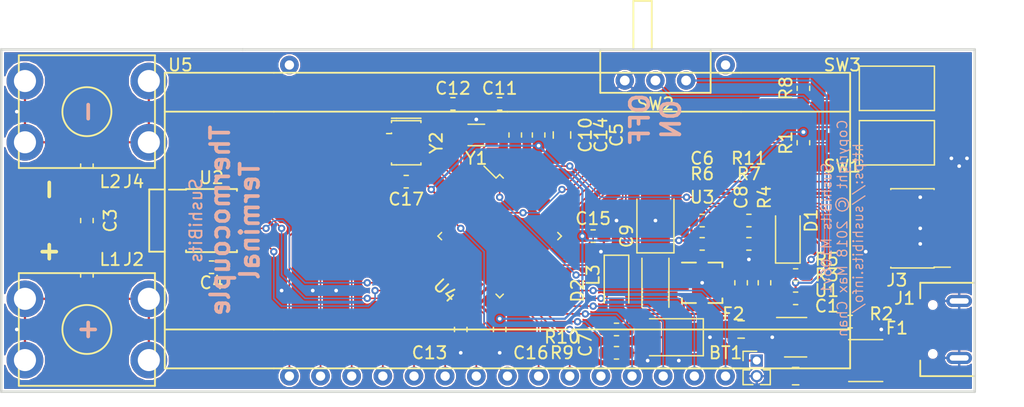
<source format=kicad_pcb>
(kicad_pcb (version 20171130) (host pcbnew "(5.0.1-3-g963ef8bb5)")
  (layers (0 F.Cu signal) (31 B.Cu signal) (34 B.Paste user) (35 F.Paste user) (36 B.SilkS user) (37 F.SilkS user) (38 B.Mask user) (39 F.Mask user) (44 Edge.Cuts user))
  (net 0 "")
  (net 1 "Net-(BT1-Pad1)")
  (net 2 GND)
  (net 3 VBUS)
  (net 4 +BATT)
  (net 5 "Net-(C3-Pad2)")
  (net 6 "Net-(C3-Pad1)")
  (net 7 +3V3)
  (net 8 "Net-(C6-Pad2)")
  (net 9 "Net-(C8-Pad1)")
  (net 10 "Net-(C10-Pad1)")
  (net 11 "Net-(C11-Pad1)")
  (net 12 "Net-(C12-Pad1)")
  (net 13 /VLCD)
  (net 14 "Net-(F1-Pad2)")
  (net 15 /D+)
  (net 16 /D-)
  (net 17 "Net-(J2-Pad1)")
  (net 18 /TMS)
  (net 19 /TCK)
  (net 20 /TDO)
  (net 21 /TDI)
  (net 22 /~RESET)
  (net 23 "Net-(J4-Pad1)")
  (net 24 "Net-(L3-Pad1)")
  (net 25 "Net-(L3-Pad2)")
  (net 26 "Net-(R2-Pad1)")
  (net 27 "Net-(R3-Pad2)")
  (net 28 "Net-(R5-Pad2)")
  (net 29 "Net-(R8-Pad1)")
  (net 30 /SPCK)
  (net 31 /SP~SS)
  (net 32 /SPMISO)
  (net 33 "Net-(U4-Pad5)")
  (net 34 "Net-(U4-Pad6)")
  (net 35 /LCDS0)
  (net 36 /LCDS1)
  (net 37 /LCDS2)
  (net 38 /GAS)
  (net 39 /LCDS4)
  (net 40 /LCDS5)
  (net 41 /LCDS6)
  (net 42 /LCDS7)
  (net 43 /LCDS10)
  (net 44 /LCDS11)
  (net 45 /LCOM0)
  (net 46 /LCOM1)
  (net 47 /LCOM2)
  (net 48 /LCDS9)
  (net 49 /LCDS8)
  (net 50 /LCDS3)
  (net 51 /VBDET)
  (module Connector_PinHeader_1.27mm:PinHeader_1x02_P1.27mm_Vertical (layer F.Cu) (at 174.625 107.95)
    (fp_text reference BT1 (at -2.54 -0.635 180) (layer F.SilkS))
    (fp_text value Li-po)
    (pad 1 thru_hole rect (at 0 0) (size 1 1) (drill 0.65) (layers *.Cu *.Mask) (net 1 "Net-(BT1-Pad1)"))
    (pad 2 thru_hole oval (at 0 1.27) (size 1 1) (drill 0.65) (layers *.Cu *.Mask) (net 2 GND))
  )
  (module Capacitor_SMD:C_0805_2012Metric_Pad1.15x1.40mm_HandSolder (layer F.Cu) (at 177.8 109.22 180)
    (fp_text reference C1 (at -2.54 5.715 180) (layer F.SilkS))
    (fp_text value 10µ)
    (pad 1 smd roundrect (at -1.025 0 180) (size 1.15 1.4) (layers F.Cu F.Paste F.Mask) (roundrect_rratio 0.217391) (net 3 VBUS))
    (pad 2 smd roundrect (at 1.025 0 180) (size 1.15 1.4) (layers F.Cu F.Paste F.Mask) (roundrect_rratio 0.217391) (net 2 GND))
  )
  (module Capacitor_SMD:C_0603_1608Metric_Pad1.05x0.95mm_HandSolder (layer F.Cu) (at 120.015 96.52 90)
    (fp_text reference C3 (at 0 1.905 90) (layer F.SilkS))
    (fp_text value 10n)
    (pad 2 smd roundrect (at 0.875 0 90) (size 1.05 0.95) (layers F.Cu F.Paste F.Mask) (net 5 "Net-(C3-Pad2)"))
    (pad 1 smd roundrect (at -0.875 0 90) (size 1.05 0.95) (layers F.Cu F.Paste F.Mask) (net 6 "Net-(C3-Pad1)"))
  )
  (module Capacitor_SMD:C_0603_1608Metric_Pad1.05x0.95mm_HandSolder (layer F.Cu) (at 130.175 100.33)
    (fp_text reference C4 (at 0 1.27) (layer F.SilkS))
    (fp_text value 100n)
    (pad 1 smd roundrect (at -0.875 0) (size 1.05 0.95) (layers F.Cu F.Paste F.Mask) (net 7 +3V3))
    (pad 2 smd roundrect (at 0.875 0) (size 1.05 0.95) (layers F.Cu F.Paste F.Mask) (net 2 GND))
  )
  (module Capacitor_SMD:C_0805_2012Metric_Pad1.15x1.40mm_HandSolder (layer F.Cu) (at 158.75 89.535 90)
    (fp_text reference C5 (at 0 4.445 90) (layer F.SilkS))
    (fp_text value 10µ)
    (pad 2 smd roundrect (at 1.025 0 90) (size 1.15 1.4) (layers F.Cu F.Paste F.Mask) (roundrect_rratio 0.217391) (net 2 GND))
    (pad 1 smd roundrect (at -1.025 0 90) (size 1.15 1.4) (layers F.Cu F.Paste F.Mask) (roundrect_rratio 0.217391) (net 7 +3V3))
  )
  (module Capacitor_SMD:C_0603_1608Metric_Pad1.05x0.95mm_HandSolder (layer F.Cu) (at 170.18 96.52)
    (fp_text reference C6 (at 0 -5.08) (layer F.SilkS))
    (fp_text value 3p)
    (pad 2 smd roundrect (at 0.875 0) (size 1.05 0.95) (layers F.Cu F.Paste F.Mask) (net 8 "Net-(C6-Pad2)"))
    (pad 1 smd roundrect (at -0.875 0) (size 1.05 0.95) (layers F.Cu F.Paste F.Mask) (net 7 +3V3))
  )
  (module Capacitor_Tantalum_SMD:CP_EIA-3528-12_Kemet-T_Pad1.50x2.35mm_HandSolder (layer F.Cu) (at 167.64 106.045 180)
    (fp_text reference C7 (at 6.985 -0.635 270) (layer F.SilkS))
    (fp_text value 47µ)
    (pad 2 smd roundrect (at 1.625 0 180) (size 1.5 2.35) (layers F.Cu F.Paste F.Mask) (roundrect_rratio 0.166667) (net 2 GND))
    (pad 1 smd roundrect (at -1.625 0 180) (size 1.5 2.35) (layers F.Cu F.Paste F.Mask) (roundrect_rratio 0.166667) (net 4 +BATT))
  )
  (module Capacitor_SMD:C_0603_1608Metric_Pad1.05x0.95mm_HandSolder (layer F.Cu) (at 173.355 101.6 90)
    (fp_text reference C8 (at 6.985 0 90) (layer F.SilkS))
    (fp_text value 100n)
    (pad 2 smd roundrect (at 0.875 0 90) (size 1.05 0.95) (layers F.Cu F.Paste F.Mask) (net 2 GND))
    (pad 1 smd roundrect (at -0.875 0 90) (size 1.05 0.95) (layers F.Cu F.Paste F.Mask) (net 9 "Net-(C8-Pad1)"))
  )
  (module Capacitor_Tantalum_SMD:CP_EIA-3528-12_Kemet-T_Pad1.50x2.35mm_HandSolder (layer F.Cu) (at 166.37 96.52 90)
    (fp_text reference C9 (at -1.27 -2.35 90) (layer F.SilkS))
    (fp_text value 47µ)
    (pad 1 smd roundrect (at -1.625 0 90) (size 1.5 2.35) (layers F.Cu F.Paste F.Mask) (roundrect_rratio 0.166667) (net 7 +3V3))
    (pad 2 smd roundrect (at 1.625 0 90) (size 1.5 2.35) (layers F.Cu F.Paste F.Mask) (roundrect_rratio 0.166667) (net 2 GND))
  )
  (module Capacitor_SMD:C_0603_1608Metric_Pad1.05x0.95mm_HandSolder (layer F.Cu) (at 154.94 89.535 90)
    (fp_text reference C10 (at 0 5.715 90) (layer F.SilkS))
    (fp_text value 100n)
    (pad 1 smd roundrect (at -0.875 0 90) (size 1.05 0.95) (layers F.Cu F.Paste F.Mask) (net 10 "Net-(C10-Pad1)"))
    (pad 2 smd roundrect (at 0.875 0 90) (size 1.05 0.95) (layers F.Cu F.Paste F.Mask) (net 2 GND))
  )
  (module Capacitor_SMD:C_0603_1608Metric_Pad1.05x0.95mm_HandSolder (layer F.Cu) (at 153.67 86.995)
    (fp_text reference C11 (at 0 -1.27) (layer F.SilkS))
    (fp_text value 6p)
    (pad 1 smd roundrect (at -0.875 0) (size 1.05 0.95) (layers F.Cu F.Paste F.Mask) (net 11 "Net-(C11-Pad1)"))
    (pad 2 smd roundrect (at 0.875 0) (size 1.05 0.95) (layers F.Cu F.Paste F.Mask) (net 2 GND))
  )
  (module Capacitor_SMD:C_0603_1608Metric_Pad1.05x0.95mm_HandSolder (layer F.Cu) (at 149.86 86.995 180)
    (fp_text reference C12 (at 0 1.27 180) (layer F.SilkS))
    (fp_text value 6p)
    (pad 2 smd roundrect (at 0.875 0 180) (size 1.05 0.95) (layers F.Cu F.Paste F.Mask) (net 2 GND))
    (pad 1 smd roundrect (at -0.875 0 180) (size 1.05 0.95) (layers F.Cu F.Paste F.Mask) (net 12 "Net-(C12-Pad1)"))
  )
  (module Capacitor_SMD:C_0603_1608Metric_Pad1.05x0.95mm_HandSolder (layer F.Cu) (at 150.495 105.41 270)
    (fp_text reference C13 (at 1.905 2.54) (layer F.SilkS))
    (fp_text value 1µ)
    (pad 2 smd roundrect (at 0.875 0 270) (size 1.05 0.95) (layers F.Cu F.Paste F.Mask) (net 2 GND))
    (pad 1 smd roundrect (at -0.875 0 270) (size 1.05 0.95) (layers F.Cu F.Paste F.Mask) (net 13 /VLCD))
  )
  (module Capacitor_SMD:C_0603_1608Metric_Pad1.05x0.95mm_HandSolder (layer F.Cu) (at 156.845 89.535 90)
    (fp_text reference C14 (at 0 5.08 90) (layer F.SilkS))
    (fp_text value 100n)
    (pad 1 smd roundrect (at -0.875 0 90) (size 1.05 0.95) (layers F.Cu F.Paste F.Mask) (net 7 +3V3))
    (pad 2 smd roundrect (at 0.875 0 90) (size 1.05 0.95) (layers F.Cu F.Paste F.Mask) (net 2 GND))
  )
  (module Capacitor_SMD:C_0603_1608Metric_Pad1.05x0.95mm_HandSolder (layer F.Cu) (at 161.29 97.79)
    (fp_text reference C15 (at 0 -1.43) (layer F.SilkS))
    (fp_text value 100n)
    (pad 1 smd roundrect (at -0.875 0) (size 1.05 0.95) (layers F.Cu F.Paste F.Mask) (net 7 +3V3))
    (pad 2 smd roundrect (at 0.875 0) (size 1.05 0.95) (layers F.Cu F.Paste F.Mask) (net 2 GND))
  )
  (module Capacitor_SMD:C_0603_1608Metric_Pad1.05x0.95mm_HandSolder (layer F.Cu) (at 153.67 105.41 270)
    (fp_text reference C16 (at 1.905 -2.54) (layer F.SilkS))
    (fp_text value 100n)
    (pad 2 smd roundrect (at 0.875 0 270) (size 1.05 0.95) (layers F.Cu F.Paste F.Mask) (net 2 GND))
    (pad 1 smd roundrect (at -0.875 0 270) (size 1.05 0.95) (layers F.Cu F.Paste F.Mask) (net 7 +3V3))
  )
  (module Capacitor_SMD:C_0603_1608Metric_Pad1.05x0.95mm_HandSolder (layer F.Cu) (at 146.05 93.345 180)
    (fp_text reference C17 (at 0 -1.43 180) (layer F.SilkS))
    (fp_text value 100n)
    (pad 1 smd roundrect (at -0.875 0 180) (size 1.05 0.95) (layers F.Cu F.Paste F.Mask) (net 7 +3V3))
    (pad 2 smd roundrect (at 0.875 0 180) (size 1.05 0.95) (layers F.Cu F.Paste F.Mask) (net 2 GND))
  )
  (module Diode_SMD:D_SOD-123F (layer F.Cu) (at 177.165 97.79 90)
    (fp_text reference D1 (at 1.27 1.905 90) (layer F.SilkS))
    (fp_text value SMF5.0A)
    (pad 1 smd rect (at -1.4 0 90) (size 1.1 1.1) (layers F.Cu F.Paste F.Mask) (net 4 +BATT))
    (pad 2 smd rect (at 1.4 0 90) (size 1.1 1.1) (layers F.Cu F.Paste F.Mask) (net 2 GND))
  )
  (module Diode_SMD:D_SOD-123 (layer F.Cu) (at 163.195 101.6 270)
    (fp_text reference D2 (at 0.635 3.175 270) (layer F.SilkS))
    (fp_text value LL4148)
    (pad 1 smd rect (at -1.65 0 270) (size 0.9 1.2) (layers F.Cu F.Paste F.Mask) (net 10 "Net-(C10-Pad1)"))
    (pad 2 smd rect (at 1.65 0 270) (size 0.9 1.2) (layers F.Cu F.Paste F.Mask) (net 4 +BATT))
  )
  (module Fuse:Fuse_1812_4532Metric_Pad1.30x3.40mm_HandSolder (layer F.Cu) (at 183.515 107.95)
    (fp_text reference F1 (at 2.54 -2.65) (layer F.SilkS))
    (fp_text value 500mA)
    (pad 1 smd roundrect (at -2.225 0) (size 1.3 3.4) (layers F.Cu F.Paste F.Mask) (roundrect_rratio 0.192308) (net 3 VBUS))
    (pad 2 smd roundrect (at 2.225 0) (size 1.3 3.4) (layers F.Cu F.Paste F.Mask) (roundrect_rratio 0.192308) (net 14 "Net-(F1-Pad2)"))
  )
  (module Fuse:Fuse_0805_2012Metric_Pad1.15x1.40mm_HandSolder (layer F.Cu) (at 173.355 105.41 180)
    (fp_text reference F2 (at 0.635 1.27 180) (layer F.SilkS))
    (fp_text value 750mA)
    (pad 1 smd roundrect (at -1.025 0 180) (size 1.15 1.4) (layers F.Cu F.Paste F.Mask) (roundrect_rratio 0.217391) (net 4 +BATT))
    (pad 2 smd roundrect (at 1.025 0 180) (size 1.15 1.4) (layers F.Cu F.Paste F.Mask) (roundrect_rratio 0.217391) (net 1 "Net-(BT1-Pad1)"))
  )
  (module Connector_USB:USB_Micro-B_A01SB1x41B (layer F.Cu) (at 191.135 105.41 90)
    (fp_text reference J1 (at 2.54 -4.445 180) (layer F.SilkS))
    (fp_text value USB)
    (pad 6 thru_hole oval (at 2.325 0 90) (size 1 2.1) (drill oval 0.45 1.55) (layers *.Cu *.Mask) (net 2 GND))
    (pad 6 thru_hole oval (at -2.325 0 90) (size 1 2.1) (drill oval 0.45 1.55) (layers *.Cu *.Mask) (net 2 GND))
    (pad 6 smd rect (at 0 0 90) (size 1.9 1.9) (layers F.Cu F.Paste F.Mask) (net 2 GND))
    (pad "" np_thru_hole circle (at 2 -2.15 90) (size 0.55 0.55) (drill 0.55) (layers *.Cu *.Mask))
    (pad "" np_thru_hole circle (at -2 -2.15 90) (size 0.55 0.55) (drill 0.55) (layers *.Cu *.Mask))
    (pad 3 smd rect (at 0 -2.75 90) (size 0.4 1.5) (layers F.Cu F.Paste F.Mask) (net 15 /D+))
    (pad 1 smd rect (at -1.3 -2.75 90) (size 0.4 1.5) (layers F.Cu F.Paste F.Mask) (net 14 "Net-(F1-Pad2)"))
    (pad 2 smd rect (at -0.65 -2.75 90) (size 0.4 1.5) (layers F.Cu F.Paste F.Mask) (net 16 /D-))
    (pad 4 smd rect (at 0.65 -2.75 90) (size 0.4 1.5) (layers F.Cu F.Paste F.Mask))
    (pad 5 smd rect (at 1.3 -2.75 90) (size 0.4 1.5) (layers F.Cu F.Paste F.Mask) (net 2 GND))
  )
  (module TerminalBlock:TerminalBlock_PCB-7 (layer F.Cu) (at 120.015 105.41 90)
    (fp_text reference J2 (at 5.715 3.81 180) (layer F.SilkS))
    (fp_text value T+)
    (pad 1 thru_hole circle (at -2.5 5.05 90) (size 3 3) (drill 1.8) (layers *.Cu *.Mask) (net 17 "Net-(J2-Pad1)"))
    (pad 1 thru_hole circle (at 2.5 5.05 90) (size 3 3) (drill 1.8) (layers *.Cu *.Mask) (net 17 "Net-(J2-Pad1)"))
    (pad 1 thru_hole circle (at 2.5 -5.05 90) (size 3 3) (drill 1.8) (layers *.Cu *.Mask) (net 17 "Net-(J2-Pad1)"))
    (pad 1 thru_hole circle (at -2.5 -5.05 90) (size 3 3) (drill 1.8) (layers *.Cu *.Mask) (net 17 "Net-(J2-Pad1)"))
  )
  (module Connector_PinHeader_1.27mm:PinHeader_2x05_P1.27mm_Vertical_SMD (layer F.Cu) (at 187.325 97.155 180)
    (fp_text reference J3 (at 1.27 -4.235 180) (layer F.SilkS))
    (fp_text value JTAG)
    (pad 1 smd rect (at -1.95 -2.54 180) (size 2.4 0.74) (layers F.Cu F.Paste F.Mask) (net 7 +3V3))
    (pad 2 smd rect (at 1.95 -2.54 180) (size 2.4 0.74) (layers F.Cu F.Paste F.Mask) (net 18 /TMS))
    (pad 3 smd rect (at -1.95 -1.27 180) (size 2.4 0.74) (layers F.Cu F.Paste F.Mask) (net 2 GND))
    (pad 4 smd rect (at 1.95 -1.27 180) (size 2.4 0.74) (layers F.Cu F.Paste F.Mask) (net 19 /TCK))
    (pad 5 smd rect (at -1.95 0 180) (size 2.4 0.74) (layers F.Cu F.Paste F.Mask) (net 2 GND))
    (pad 6 smd rect (at 1.95 0 180) (size 2.4 0.74) (layers F.Cu F.Paste F.Mask) (net 20 /TDO))
    (pad 7 smd rect (at -1.95 1.27 180) (size 2.4 0.74) (layers F.Cu F.Paste F.Mask))
    (pad 8 smd rect (at 1.95 1.27 180) (size 2.4 0.74) (layers F.Cu F.Paste F.Mask) (net 21 /TDI))
    (pad 9 smd rect (at -1.95 2.54 180) (size 2.4 0.74) (layers F.Cu F.Paste F.Mask) (net 2 GND))
    (pad 10 smd rect (at 1.95 2.54 180) (size 2.4 0.74) (layers F.Cu F.Paste F.Mask) (net 22 /~RESET))
  )
  (module TerminalBlock:TerminalBlock_PCB-7 (layer F.Cu) (at 120.015 87.63 90)
    (fp_text reference J4 (at -5.715 3.81 180) (layer F.SilkS))
    (fp_text value T-)
    (pad 1 thru_hole circle (at -2.5 -5.05 90) (size 3 3) (drill 1.8) (layers *.Cu *.Mask) (net 23 "Net-(J4-Pad1)"))
    (pad 1 thru_hole circle (at 2.5 -5.05 90) (size 3 3) (drill 1.8) (layers *.Cu *.Mask) (net 23 "Net-(J4-Pad1)"))
    (pad 1 thru_hole circle (at 2.5 5.05 90) (size 3 3) (drill 1.8) (layers *.Cu *.Mask) (net 23 "Net-(J4-Pad1)"))
    (pad 1 thru_hole circle (at -2.5 5.05 90) (size 3 3) (drill 1.8) (layers *.Cu *.Mask) (net 23 "Net-(J4-Pad1)"))
  )
  (module Inductor_SMD:L_0603_1608Metric_Pad1.05x0.95mm_HandSolder (layer F.Cu) (at 120.015 100.965 270)
    (fp_text reference L1 (at -1.27 -1.905) (layer F.SilkS))
    (fp_text value 120)
    (pad 1 smd roundrect (at -0.875 0 270) (size 1.05 0.95) (layers F.Cu F.Paste F.Mask) (net 6 "Net-(C3-Pad1)"))
    (pad 2 smd roundrect (at 0.875 0 270) (size 1.05 0.95) (layers F.Cu F.Paste F.Mask) (net 17 "Net-(J2-Pad1)"))
  )
  (module Inductor_SMD:L_0603_1608Metric_Pad1.05x0.95mm_HandSolder (layer F.Cu) (at 120.015 92.075 90)
    (fp_text reference L2 (at -1.27 1.905 180) (layer F.SilkS))
    (fp_text value 120)
    (pad 2 smd roundrect (at 0.875 0 90) (size 1.05 0.95) (layers F.Cu F.Paste F.Mask) (net 23 "Net-(J4-Pad1)"))
    (pad 1 smd roundrect (at -0.875 0 90) (size 1.05 0.95) (layers F.Cu F.Paste F.Mask) (net 5 "Net-(C3-Pad2)"))
  )
  (module Inductor_SMD:L_Taiyo-Yuden_NR-20xx_HandSoldering (layer F.Cu) (at 166.37 101.6 90)
    (fp_text reference L3 (at 0.635 -5.08 90) (layer F.SilkS))
    (fp_text value 2.2µ)
    (pad 1 smd rect (at -1.175 0 90) (size 1.65 2) (layers F.Cu F.Paste F.Mask) (net 24 "Net-(L3-Pad1)"))
    (pad 2 smd rect (at 1.175 0 90) (size 1.65 2) (layers F.Cu F.Paste F.Mask) (net 25 "Net-(L3-Pad2)"))
  )
  (module Resistor_SMD:R_0603_1608Metric_Pad1.05x0.95mm_HandSolder (layer F.Cu) (at 178.435 90.17 90)
    (fp_text reference R1 (at 0 -1.43 90) (layer F.SilkS))
    (fp_text value 10k)
    (pad 1 smd roundrect (at -0.875 0 90) (size 1.05 0.95) (layers F.Cu F.Paste F.Mask) (net 22 /~RESET))
    (pad 2 smd roundrect (at 0.875 0 90) (size 1.05 0.95) (layers F.Cu F.Paste F.Mask) (net 7 +3V3))
  )
  (module Resistor_SMD:R_0603_1608Metric_Pad1.05x0.95mm_HandSolder (layer F.Cu) (at 182.245 104.775)
    (fp_text reference R2 (at 2.54 -0.635) (layer F.SilkS))
    (fp_text value 10k)
    (pad 2 smd roundrect (at 0.875 0) (size 1.05 0.95) (layers F.Cu F.Paste F.Mask) (net 2 GND))
    (pad 1 smd roundrect (at -0.875 0) (size 1.05 0.95) (layers F.Cu F.Paste F.Mask) (net 26 "Net-(R2-Pad1)"))
  )
  (module Resistor_SMD:R_0603_1608Metric_Pad1.05x0.95mm_HandSolder (layer F.Cu) (at 177.8 102.87 180)
    (fp_text reference R3 (at -2.54 1.905 180) (layer F.SilkS))
    (fp_text value 100k)
    (pad 2 smd roundrect (at 0.875 0 180) (size 1.05 0.95) (layers F.Cu F.Paste F.Mask) (net 27 "Net-(R3-Pad2)"))
    (pad 1 smd roundrect (at -0.875 0 180) (size 1.05 0.95) (layers F.Cu F.Paste F.Mask) (net 3 VBUS))
  )
  (module Resistor_SMD:R_0603_1608Metric_Pad1.05x0.95mm_HandSolder (layer F.Cu) (at 175.26 101.6 90)
    (fp_text reference R4 (at 6.985 0 90) (layer F.SilkS))
    (fp_text value 100)
    (pad 2 smd roundrect (at 0.875 0 90) (size 1.05 0.95) (layers F.Cu F.Paste F.Mask) (net 4 +BATT))
    (pad 1 smd roundrect (at -0.875 0 90) (size 1.05 0.95) (layers F.Cu F.Paste F.Mask) (net 9 "Net-(C8-Pad1)"))
  )
  (module Resistor_SMD:R_0603_1608Metric_Pad1.05x0.95mm_HandSolder (layer F.Cu) (at 177.8 100.965)
    (fp_text reference R5 (at 2.54 -1.27) (layer F.SilkS))
    (fp_text value 100k)
    (pad 1 smd roundrect (at -0.875 0) (size 1.05 0.95) (layers F.Cu F.Paste F.Mask) (net 27 "Net-(R3-Pad2)"))
    (pad 2 smd roundrect (at 0.875 0) (size 1.05 0.95) (layers F.Cu F.Paste F.Mask) (net 28 "Net-(R5-Pad2)"))
  )
  (module Resistor_SMD:R_0603_1608Metric_Pad1.05x0.95mm_HandSolder (layer F.Cu) (at 170.18 98.425)
    (fp_text reference R6 (at 0 -5.715) (layer F.SilkS))
    (fp_text value 560k)
    (pad 2 smd roundrect (at 0.875 0) (size 1.05 0.95) (layers F.Cu F.Paste F.Mask) (net 8 "Net-(C6-Pad2)"))
    (pad 1 smd roundrect (at -0.875 0) (size 1.05 0.95) (layers F.Cu F.Paste F.Mask) (net 7 +3V3))
  )
  (module Resistor_SMD:R_0603_1608Metric_Pad1.05x0.95mm_HandSolder (layer F.Cu) (at 173.99 98.425)
    (fp_text reference R7 (at 0 -5.715) (layer F.SilkS))
    (fp_text value 100k)
    (pad 1 smd roundrect (at -0.875 0) (size 1.05 0.95) (layers F.Cu F.Paste F.Mask) (net 8 "Net-(C6-Pad2)"))
    (pad 2 smd roundrect (at 0.875 0) (size 1.05 0.95) (layers F.Cu F.Paste F.Mask) (net 2 GND))
  )
  (module Resistor_SMD:R_0603_1608Metric_Pad1.05x0.95mm_HandSolder (layer F.Cu) (at 178.435 85.725 90)
    (fp_text reference R8 (at 0 -1.43 90) (layer F.SilkS))
    (fp_text value 10k)
    (pad 1 smd roundrect (at -0.875 0 90) (size 1.05 0.95) (layers F.Cu F.Paste F.Mask) (net 29 "Net-(R8-Pad1)"))
    (pad 2 smd roundrect (at 0.875 0 90) (size 1.05 0.95) (layers F.Cu F.Paste F.Mask) (net 2 GND))
  )
  (module Package_TO_SOT_SMD:SOT-23-6 (layer F.Cu) (at 177.8 106.045)
    (fp_text reference U1 (at 2.54 -3.81) (layer F.SilkS))
    (fp_text value TP4057)
    (pad 1 smd rect (at -1.1 -0.95) (size 1.06 0.65) (layers F.Cu F.Paste F.Mask))
    (pad 2 smd rect (at -1.1 0) (size 1.06 0.65) (layers F.Cu F.Paste F.Mask) (net 2 GND))
    (pad 3 smd rect (at -1.1 0.95) (size 1.06 0.65) (layers F.Cu F.Paste F.Mask) (net 4 +BATT))
    (pad 4 smd rect (at 1.1 0.95) (size 1.06 0.65) (layers F.Cu F.Paste F.Mask) (net 3 VBUS))
    (pad 6 smd rect (at 1.1 -0.95) (size 1.06 0.65) (layers F.Cu F.Paste F.Mask) (net 26 "Net-(R2-Pad1)"))
    (pad 5 smd rect (at 1.1 0) (size 1.06 0.65) (layers F.Cu F.Paste F.Mask))
  )
  (module Package_SO:SOIC-8_3.9x4.9mm_P1.27mm (layer F.Cu) (at 130.175 96.52)
    (fp_text reference U2 (at 0 -3.5) (layer F.SilkS))
    (fp_text value MAX31855KASA)
    (pad 1 smd rect (at -2.7 -1.905) (size 1.55 0.6) (layers F.Cu F.Paste F.Mask) (net 2 GND))
    (pad 2 smd rect (at -2.7 -0.635) (size 1.55 0.6) (layers F.Cu F.Paste F.Mask) (net 5 "Net-(C3-Pad2)"))
    (pad 3 smd rect (at -2.7 0.635) (size 1.55 0.6) (layers F.Cu F.Paste F.Mask) (net 6 "Net-(C3-Pad1)"))
    (pad 4 smd rect (at -2.7 1.905) (size 1.55 0.6) (layers F.Cu F.Paste F.Mask) (net 7 +3V3))
    (pad 5 smd rect (at 2.7 1.905) (size 1.55 0.6) (layers F.Cu F.Paste F.Mask) (net 30 /SPCK))
    (pad 6 smd rect (at 2.7 0.635) (size 1.55 0.6) (layers F.Cu F.Paste F.Mask) (net 31 /SP~SS))
    (pad 7 smd rect (at 2.7 -0.635) (size 1.55 0.6) (layers F.Cu F.Paste F.Mask) (net 32 /SPMISO))
    (pad 8 smd rect (at 2.7 -1.905) (size 1.55 0.6) (layers F.Cu F.Paste F.Mask))
  )
  (module Package_DFN_QFN:Texas_VSON-10-1EP_3x3mm (layer F.Cu) (at 170.18 101.6)
    (fp_text reference U3 (at 0 -6.985) (layer F.SilkS))
    (fp_text value TPS63000)
    (pad 1 smd rect (at -1.5 -1) (size 0.8 0.25) (layers F.Cu F.Paste F.Mask) (net 7 +3V3))
    (pad 2 smd rect (at -1.5 -0.5) (size 0.8 0.25) (layers F.Cu F.Paste F.Mask) (net 25 "Net-(L3-Pad2)"))
    (pad 3 smd rect (at -1.5 0) (size 0.8 0.25) (layers F.Cu F.Paste F.Mask) (net 2 GND))
    (pad 4 smd rect (at -1.5 0.5) (size 0.8 0.25) (layers F.Cu F.Paste F.Mask) (net 24 "Net-(L3-Pad1)"))
    (pad 5 smd rect (at -1.5 1) (size 0.8 0.25) (layers F.Cu F.Paste F.Mask) (net 4 +BATT))
    (pad 6 smd rect (at 1.5 1) (size 0.8 0.25) (layers F.Cu F.Paste F.Mask) (net 27 "Net-(R3-Pad2)"))
    (pad 7 smd rect (at 1.5 0.5) (size 0.8 0.25) (layers F.Cu F.Paste F.Mask) (net 9 "Net-(C8-Pad1)"))
    (pad 8 smd rect (at 1.5 0) (size 0.8 0.25) (layers F.Cu F.Paste F.Mask) (net 9 "Net-(C8-Pad1)"))
    (pad 9 smd rect (at 1.5 -0.5) (size 0.8 0.25) (layers F.Cu F.Paste F.Mask) (net 2 GND))
    (pad 10 smd rect (at 1.5 -1) (size 0.8 0.25) (layers F.Cu F.Paste F.Mask) (net 8 "Net-(C6-Pad2)"))
    (pad 11 smd rect (at 0 0) (size 1.65 2.4) (layers F.Cu F.Paste F.Mask) (net 2 GND))
    (pad 11 smd rect (at -0.2 1.5) (size 0.25 0.6) (layers F.Cu F.Paste F.Mask) (net 2 GND))
    (pad 11 smd rect (at 0.2 1.5) (size 0.25 0.6) (layers F.Cu F.Paste F.Mask) (net 2 GND))
    (pad 11 smd rect (at 0.2 -1.5) (size 0.25 0.6) (layers F.Cu F.Paste F.Mask) (net 2 GND))
    (pad 11 smd rect (at -0.2 -1.5) (size 0.25 0.6) (layers F.Cu F.Paste F.Mask) (net 2 GND))
  )
  (module Package_QFP:LQFP-48_7x7mm_P0.5mm (layer F.Cu) (at 153.67 97.79 315)
    (fp_text reference U4 (at 0 6.286179 315) (layer F.SilkS))
    (fp_text value STM32L433CBTx)
    (pad 1 smd rect (at -4.35 -2.75 315) (size 1.3 0.25) (layers F.Cu F.Paste F.Mask) (net 10 "Net-(C10-Pad1)"))
    (pad 2 smd rect (at -4.35 -2.25 315) (size 1.3 0.25) (layers F.Cu F.Paste F.Mask))
    (pad 3 smd rect (at -4.35 -1.75 315) (size 1.3 0.25) (layers F.Cu F.Paste F.Mask) (net 11 "Net-(C11-Pad1)"))
    (pad 4 smd rect (at -4.35 -1.25 315) (size 1.3 0.25) (layers F.Cu F.Paste F.Mask) (net 12 "Net-(C12-Pad1)"))
    (pad 5 smd rect (at -4.35 -0.75 315) (size 1.3 0.25) (layers F.Cu F.Paste F.Mask) (net 33 "Net-(U4-Pad5)"))
    (pad 6 smd rect (at -4.35 -0.25 315) (size 1.3 0.25) (layers F.Cu F.Paste F.Mask) (net 34 "Net-(U4-Pad6)"))
    (pad 7 smd rect (at -4.35 0.25 315) (size 1.3 0.25) (layers F.Cu F.Paste F.Mask) (net 22 /~RESET))
    (pad 8 smd rect (at -4.35 0.75 315) (size 1.3 0.25) (layers F.Cu F.Paste F.Mask) (net 2 GND))
    (pad 9 smd rect (at -4.35 1.25 315) (size 1.3 0.25) (layers F.Cu F.Paste F.Mask) (net 7 +3V3))
    (pad 10 smd rect (at -4.35 1.75 315) (size 1.3 0.25) (layers F.Cu F.Paste F.Mask) (net 38 /GAS))
    (pad 11 smd rect (at -4.35 2.25 315) (size 1.3 0.25) (layers F.Cu F.Paste F.Mask) (net 35 /LCDS0))
    (pad 12 smd rect (at -4.35 2.75 315) (size 1.3 0.25) (layers F.Cu F.Paste F.Mask) (net 36 /LCDS1))
    (pad 13 smd rect (at -2.75 4.35 45) (size 1.3 0.25) (layers F.Cu F.Paste F.Mask) (net 37 /LCDS2))
    (pad 14 smd rect (at -2.25 4.35 45) (size 1.3 0.25) (layers F.Cu F.Paste F.Mask) (net 31 /SP~SS))
    (pad 15 smd rect (at -1.75 4.35 45) (size 1.3 0.25) (layers F.Cu F.Paste F.Mask) (net 30 /SPCK))
    (pad 16 smd rect (at -1.25 4.35 45) (size 1.3 0.25) (layers F.Cu F.Paste F.Mask) (net 32 /SPMISO))
    (pad 17 smd rect (at -0.75 4.35 45) (size 1.3 0.25) (layers F.Cu F.Paste F.Mask) (net 50 /LCDS3))
    (pad 18 smd rect (at -0.25 4.35 45) (size 1.3 0.25) (layers F.Cu F.Paste F.Mask) (net 39 /LCDS4))
    (pad 19 smd rect (at 0.25 4.35 45) (size 1.3 0.25) (layers F.Cu F.Paste F.Mask) (net 40 /LCDS5))
    (pad 20 smd rect (at 0.75 4.35 45) (size 1.3 0.25) (layers F.Cu F.Paste F.Mask) (net 13 /VLCD))
    (pad 21 smd rect (at 1.25 4.35 45) (size 1.3 0.25) (layers F.Cu F.Paste F.Mask) (net 41 /LCDS6))
    (pad 22 smd rect (at 1.75 4.35 45) (size 1.3 0.25) (layers F.Cu F.Paste F.Mask) (net 42 /LCDS7))
    (pad 23 smd rect (at 2.25 4.35 45) (size 1.3 0.25) (layers F.Cu F.Paste F.Mask) (net 2 GND))
    (pad 24 smd rect (at 2.75 4.35 45) (size 1.3 0.25) (layers F.Cu F.Paste F.Mask) (net 7 +3V3))
    (pad 25 smd rect (at 4.35 2.75 315) (size 1.3 0.25) (layers F.Cu F.Paste F.Mask) (net 49 /LCDS8))
    (pad 26 smd rect (at 4.35 2.25 315) (size 1.3 0.25) (layers F.Cu F.Paste F.Mask) (net 48 /LCDS9))
    (pad 27 smd rect (at 4.35 1.75 315) (size 1.3 0.25) (layers F.Cu F.Paste F.Mask) (net 43 /LCDS10))
    (pad 28 smd rect (at 4.35 1.25 315) (size 1.3 0.25) (layers F.Cu F.Paste F.Mask) (net 44 /LCDS11))
    (pad 29 smd rect (at 4.35 0.75 315) (size 1.3 0.25) (layers F.Cu F.Paste F.Mask) (net 47 /LCOM2))
    (pad 30 smd rect (at 4.35 0.25 315) (size 1.3 0.25) (layers F.Cu F.Paste F.Mask) (net 46 /LCOM1))
    (pad 31 smd rect (at 4.35 -0.25 315) (size 1.3 0.25) (layers F.Cu F.Paste F.Mask) (net 45 /LCOM0))
    (pad 32 smd rect (at 4.35 -0.75 315) (size 1.3 0.25) (layers F.Cu F.Paste F.Mask) (net 16 /D-))
    (pad 33 smd rect (at 4.35 -1.25 315) (size 1.3 0.25) (layers F.Cu F.Paste F.Mask) (net 15 /D+))
    (pad 34 smd rect (at 4.35 -1.75 315) (size 1.3 0.25) (layers F.Cu F.Paste F.Mask) (net 18 /TMS))
    (pad 35 smd rect (at 4.35 -2.25 315) (size 1.3 0.25) (layers F.Cu F.Paste F.Mask) (net 2 GND))
    (pad 36 smd rect (at 4.35 -2.75 315) (size 1.3 0.25) (layers F.Cu F.Paste F.Mask) (net 7 +3V3))
    (pad 37 smd rect (at 2.75 -4.35 45) (size 1.3 0.25) (layers F.Cu F.Paste F.Mask) (net 19 /TCK))
    (pad 38 smd rect (at 2.25 -4.35 45) (size 1.3 0.25) (layers F.Cu F.Paste F.Mask) (net 21 /TDI))
    (pad 39 smd rect (at 1.75 -4.35 45) (size 1.3 0.25) (layers F.Cu F.Paste F.Mask) (net 20 /TDO))
    (pad 40 smd rect (at 1.25 -4.35 45) (size 1.3 0.25) (layers F.Cu F.Paste F.Mask))
    (pad 41 smd rect (at 0.75 -4.35 45) (size 1.3 0.25) (layers F.Cu F.Paste F.Mask))
    (pad 42 smd rect (at 0.25 -4.35 45) (size 1.3 0.25) (layers F.Cu F.Paste F.Mask))
    (pad 43 smd rect (at -0.25 -4.35 45) (size 1.3 0.25) (layers F.Cu F.Paste F.Mask))
    (pad 44 smd rect (at -0.75 -4.35 45) (size 1.3 0.25) (layers F.Cu F.Paste F.Mask) (net 29 "Net-(R8-Pad1)"))
    (pad 45 smd rect (at -1.25 -4.35 45) (size 1.3 0.25) (layers F.Cu F.Paste F.Mask) (net 51 /VBDET))
    (pad 46 smd rect (at -1.75 -4.35 45) (size 1.3 0.25) (layers F.Cu F.Paste F.Mask))
    (pad 47 smd rect (at -2.25 -4.35 45) (size 1.3 0.25) (layers F.Cu F.Paste F.Mask) (net 2 GND))
    (pad 48 smd rect (at -2.75 -4.35 45) (size 1.3 0.25) (layers F.Cu F.Paste F.Mask) (net 7 +3V3))
  )
  (module Display_7Segment:YE004 (layer F.Cu) (at 154.305 96.52)
    (fp_text reference U5 (at -26.67 -12.7) (layer F.SilkS))
    (fp_text value YE004)
    (pad 1 thru_hole circle (at -17.78 12.7) (size 1.524 1.524) (drill 0.762) (layers *.Cu *.Mask) (net 35 /LCDS0))
    (pad 2 thru_hole circle (at -15.24 12.7) (size 1.524 1.524) (drill 0.762) (layers *.Cu *.Mask) (net 36 /LCDS1))
    (pad 3 thru_hole circle (at -12.7 12.7) (size 1.524 1.524) (drill 0.762) (layers *.Cu *.Mask) (net 37 /LCDS2))
    (pad 4 thru_hole circle (at -10.16 12.7) (size 1.524 1.524) (drill 0.762) (layers *.Cu *.Mask) (net 50 /LCDS3))
    (pad 5 thru_hole circle (at -7.62 12.7) (size 1.524 1.524) (drill 0.762) (layers *.Cu *.Mask) (net 39 /LCDS4))
    (pad 6 thru_hole circle (at -5.08 12.7) (size 1.524 1.524) (drill 0.762) (layers *.Cu *.Mask) (net 40 /LCDS5))
    (pad 7 thru_hole circle (at -2.54 12.7) (size 1.524 1.524) (drill 0.762) (layers *.Cu *.Mask) (net 41 /LCDS6))
    (pad 8 thru_hole circle (at 0 12.7) (size 1.524 1.524) (drill 0.762) (layers *.Cu *.Mask) (net 42 /LCDS7))
    (pad 9 thru_hole circle (at 2.54 12.7) (size 1.524 1.524) (drill 0.762) (layers *.Cu *.Mask) (net 49 /LCDS8))
    (pad 10 thru_hole circle (at 5.08 12.7) (size 1.524 1.524) (drill 0.762) (layers *.Cu *.Mask) (net 48 /LCDS9))
    (pad 11 thru_hole circle (at 7.62 12.7) (size 1.524 1.524) (drill 0.762) (layers *.Cu *.Mask) (net 43 /LCDS10))
    (pad 12 thru_hole circle (at 10.16 12.7) (size 1.524 1.524) (drill 0.762) (layers *.Cu *.Mask) (net 44 /LCDS11))
    (pad 13 thru_hole circle (at 12.7 12.7) (size 1.524 1.524) (drill 0.762) (layers *.Cu *.Mask) (net 47 /LCOM2))
    (pad 14 thru_hole circle (at 15.24 12.7) (size 1.524 1.524) (drill 0.762) (layers *.Cu *.Mask) (net 46 /LCOM1))
    (pad 15 thru_hole circle (at 17.78 12.7) (size 1.524 1.524) (drill 0.762) (layers *.Cu *.Mask) (net 45 /LCOM0))
    (pad 16 thru_hole circle (at 17.78 -12.7) (size 1.524 1.524) (drill 0.762) (layers *.Cu *.Mask))
    (pad 17 thru_hole circle (at -17.78 -12.7) (size 1.524 1.524) (drill 0.762) (layers *.Cu *.Mask))
  )
  (module Crystal:Crystal_SMD_3215-2Pin_3.2x1.5mm (layer F.Cu) (at 151.765 89.535)
    (fp_text reference Y1 (at 0 1.905) (layer F.SilkS))
    (fp_text value 32768)
    (pad 1 smd rect (at 1.25 0) (size 1 1.8) (layers F.Cu F.Paste F.Mask) (net 11 "Net-(C11-Pad1)"))
    (pad 2 smd rect (at -1.25 0) (size 1 1.8) (layers F.Cu F.Paste F.Mask) (net 12 "Net-(C12-Pad1)"))
  )
  (module Crystal:Resonator_SMD_muRata_CSTxExxV-3Pin_3.0x1.1mm_HandSoldering (layer F.Cu) (at 146.05 90.17 270)
    (fp_text reference Y2 (at 0 -2.45 270) (layer F.SilkS))
    (fp_text value 16M)
    (pad 1 smd rect (at -1.2 0 270) (size 0.4 3.2) (layers F.Cu F.Paste F.Mask) (net 33 "Net-(U4-Pad5)"))
    (pad 2 smd rect (at 0 0 270) (size 0.4 3.2) (layers F.Cu F.Paste F.Mask) (net 2 GND))
    (pad 3 smd rect (at 1.2 0 270) (size 0.4 3.2) (layers F.Cu F.Paste F.Mask) (net 34 "Net-(U4-Pad6)"))
  )
  (module Resistor_SMD:R_0603_1608Metric_Pad1.05x0.95mm_HandSolder (layer F.Cu) (at 163.195 105.41 180)
    (fp_text reference R9 (at 4.445 -1.905 180) (layer F.SilkS))
    (fp_text value 100k)
    (pad 2 smd roundrect (at 0.875 0 180) (size 1.05 0.95) (layers F.Cu F.Paste F.Mask) (net 38 /GAS))
    (pad 1 smd roundrect (at -0.875 0 180) (size 1.05 0.95) (layers F.Cu F.Paste F.Mask) (net 4 +BATT))
  )
  (module Resistor_SMD:R_0603_1608Metric_Pad1.05x0.95mm_HandSolder (layer F.Cu) (at 163.195 107.315)
    (fp_text reference R10 (at -4.445 -1.27) (layer F.SilkS))
    (fp_text value 200k)
    (pad 1 smd roundrect (at -0.875 0) (size 1.05 0.95) (layers F.Cu F.Paste F.Mask) (net 38 /GAS))
    (pad 2 smd roundrect (at 0.875 0) (size 1.05 0.95) (layers F.Cu F.Paste F.Mask) (net 2 GND))
  )
  (module Button_Switch_SMD:SW_SPST_FSMSM (layer F.Cu) (at 186.055 90.17 180)
    (fp_text reference SW1 (at 4.445 -1.905 180) (layer F.SilkS))
    (fp_text value Reset)
    (pad 2 smd rect (at 4.59 0 180) (size 2.18 1.6) (layers F.Cu F.Paste F.Mask) (net 22 /~RESET))
    (pad 1 smd rect (at -4.59 0 180) (size 2.18 1.6) (layers F.Cu F.Paste F.Mask) (net 2 GND))
  )
  (module Button_Switch_SMD:SW_SPST_FSMSM (layer F.Cu) (at 186.055 85.725)
    (fp_text reference SW3 (at -4.445 -1.905) (layer F.SilkS))
    (fp_text value DFU)
    (pad 1 smd rect (at -4.59 0) (size 2.18 1.6) (layers F.Cu F.Paste F.Mask) (net 29 "Net-(R8-Pad1)"))
    (pad 2 smd rect (at 4.59 0) (size 2.18 1.6) (layers F.Cu F.Paste F.Mask) (net 7 +3V3))
  )
  (module Resistor_SMD:R_0603_1608Metric_Pad1.05x0.95mm_HandSolder (layer F.Cu) (at 173.99 96.52 180)
    (fp_text reference R11 (at 0 5.08 180) (layer F.SilkS))
    (fp_text value 100k)
    (pad 1 smd roundrect (at -0.875 0 180) (size 1.05 0.95) (layers F.Cu F.Paste F.Mask) (net 3 VBUS))
    (pad 2 smd roundrect (at 0.875 0 180) (size 1.05 0.95) (layers F.Cu F.Paste F.Mask) (net 51 /VBDET))
  )
  (module Button_Switch_THT:K3-1260D-L1 (layer F.Cu) (at 166.37 85.09)
    (fp_text reference SW2 (at 0 1.905) (layer F.SilkS))
    (fp_text value Power)
    (pad 1 thru_hole circle (at -2.5 0) (size 1.5 1.5) (drill 0.8) (layers *.Cu *.Mask) (net 2 GND))
    (pad 2 thru_hole circle (at 0 0) (size 1.5 1.5) (drill 0.8) (layers *.Cu *.Mask) (net 28 "Net-(R5-Pad2)"))
    (pad 3 thru_hole circle (at 2.5 0) (size 1.5 1.5) (drill 0.8) (layers *.Cu *.Mask) (net 4 +BATT))
  )
  (gr_text + (at 120.015 105.41 90) (layer B.SilkS) (effects (font (size 1.5 1.5) (thickness 0.3)) (justify mirror)))
  (gr_text - (at 120.015 87.63 90) (layer B.SilkS) (effects (font (size 1.5 1.5) (thickness 0.3)) (justify mirror)))
  (gr_text "SushiBits M106v1\nCopyright © 2018 Max Chan\nhttps://sushibits.info/" (at 181.61 97.155 90) (layer B.SilkS) (effects (font (size 0.8 0.8) (thickness 0.1)) (justify mirror)))
  (gr_text SushiBits (at 128.905 96.52 90) (layer B.SilkS) (effects (font (size 1 1)) (justify mirror)))
  (gr_text "Thermocouple\nTerminal" (at 132.08 96.52 90) (layer B.SilkS) (effects (font (size 1.5 1.5) (thickness 0.3)) (justify mirror)))
  (gr_text + (at 116.84 99.06 90) (layer F.SilkS) (effects (font (size 1.5 1.5) (thickness 0.3))))
  (gr_text - (at 116.84 93.98 90) (layer F.SilkS) (effects (font (size 1.5 1.5) (thickness 0.3))))
  (gr_text ON (at 167.64 88.265 90) (layer B.SilkS) (effects (font (size 1.5 1.5) (thickness 0.3)) (justify mirror)))
  (gr_text OFF (at 165.1 88.265 90) (layer B.SilkS) (effects (font (size 1.5 1.5) (thickness 0.3)) (justify mirror)))
  (gr_line (start 113.03 82.55) (end 132.715 82.55) (layer Edge.Cuts) (width 0.2))
  (gr_line (start 113.03 110.49) (end 113.03 82.55) (layer Edge.Cuts) (width 0.2))
  (gr_line (start 192.405 110.49) (end 113.03 110.49) (layer Edge.Cuts) (width 0.2))
  (gr_line (start 192.405 82.55) (end 192.405 110.49) (layer Edge.Cuts) (width 0.2))
  (gr_line (start 132.715 82.55) (end 192.405 82.55) (layer Edge.Cuts) (width 0.2))
  (segment (start 172.33 106.21) (end 172.33 105.41) (width 0.1778) (layer F.Cu) (net 1))
  (segment (start 172.33 106.3328) (end 172.33 106.21) (width 0.1778) (layer F.Cu) (net 1))
  (segment (start 173.9472 107.95) (end 172.33 106.3328) (width 0.1778) (layer F.Cu) (net 1))
  (segment (start 174.625 107.95) (end 173.9472 107.95) (width 0.1778) (layer F.Cu) (net 1))
  (segment (start 170.68 101.1) (end 170.18 101.6) (width 0.1778) (layer F.Cu) (net 2))
  (segment (start 171.68 101.1) (end 170.68 101.1) (width 0.1778) (layer F.Cu) (net 2))
  (segment (start 169.98 101.4) (end 170.18 101.6) (width 0.1778) (layer F.Cu) (net 2))
  (segment (start 169.98 100.1) (end 169.98 101.4) (width 0.1778) (layer F.Cu) (net 2))
  (segment (start 170.38 101.4) (end 170.18 101.6) (width 0.1778) (layer F.Cu) (net 2))
  (segment (start 170.38 100.1) (end 170.38 101.4) (width 0.1778) (layer F.Cu) (net 2))
  (segment (start 168.68 101.6) (end 170.18 101.6) (width 0.1778) (layer F.Cu) (net 2))
  (segment (start 169.98 101.8) (end 170.18 101.6) (width 0.1778) (layer F.Cu) (net 2))
  (segment (start 169.98 103.1) (end 169.98 101.8) (width 0.1778) (layer F.Cu) (net 2))
  (segment (start 170.38 101.8) (end 170.18 101.6) (width 0.1778) (layer F.Cu) (net 2))
  (segment (start 170.38 103.1) (end 170.38 101.8) (width 0.1778) (layer F.Cu) (net 2))
  (via (at 170.18 101.6) (size 0.6) (drill 0.3) (layers F.Cu B.Cu) (net 2))
  (via (at 166.37 96.52) (size 0.6) (drill 0.3) (layers F.Cu B.Cu) (net 2))
  (via (at 173.99 99.695) (size 0.6) (drill 0.3) (layers F.Cu B.Cu) (net 2))
  (via (at 184.785 105.41) (size 0.6) (drill 0.3) (layers F.Cu B.Cu) (net 2))
  (via (at 175.895 106.045) (size 0.6) (drill 0.3) (layers F.Cu B.Cu) (net 2))
  (via (at 165.735 107.95) (size 0.6) (drill 0.3) (layers F.Cu B.Cu) (net 2))
  (via (at 168.275 107.95) (size 0.6) (drill 0.3) (layers F.Cu B.Cu) (net 2))
  (via (at 170.815 106.045) (size 0.6) (drill 0.3) (layers F.Cu B.Cu) (net 2))
  (via (at 191.77 91.44) (size 0.6) (drill 0.3) (layers F.Cu B.Cu) (net 2))
  (via (at 191.135 92.075) (size 0.6) (drill 0.3) (layers F.Cu B.Cu) (net 2))
  (via (at 190.5 91.44) (size 0.6) (drill 0.3) (layers F.Cu B.Cu) (net 2))
  (via (at 151.765 88.265) (size 0.6) (drill 0.3) (layers F.Cu B.Cu) (net 2))
  (via (at 150.495 107.315) (size 0.6) (drill 0.3) (layers F.Cu B.Cu) (net 2))
  (via (at 153.67 107.315) (size 0.6) (drill 0.3) (layers F.Cu B.Cu) (net 2))
  (via (at 163.195 96.52) (size 0.6) (drill 0.3) (layers F.Cu B.Cu) (net 2))
  (via (at 161.925 99.06) (size 0.6) (drill 0.3) (layers F.Cu B.Cu) (net 2))
  (via (at 183.515 99.06) (size 0.6) (drill 0.3) (layers F.Cu B.Cu) (net 2))
  (via (at 187.96 98.425) (size 0.6) (drill 0.3) (layers F.Cu B.Cu) (net 2))
  (via (at 187.96 97.155) (size 0.6) (drill 0.3) (layers F.Cu B.Cu) (net 2))
  (via (at 187.96 94.615) (size 0.6) (drill 0.3) (layers F.Cu B.Cu) (net 2))
  (via (at 140.335 102.235) (size 0.6) (drill 0.3) (layers F.Cu B.Cu) (net 2))
  (via (at 138.43 102.235) (size 0.6) (drill 0.3) (layers F.Cu B.Cu) (net 2))
  (via (at 135.89 102.235) (size 0.6) (drill 0.3) (layers F.Cu B.Cu) (net 2))
  (via (at 114.3 87.63) (size 0.6) (drill 0.3) (layers F.Cu B.Cu) (net 2))
  (via (at 114.3 105.41) (size 0.6) (drill 0.3) (layers F.Cu B.Cu) (net 2))
  (segment (start 180.335 106.995) (end 181.29 107.95) (width 0.1778) (layer F.Cu) (net 3))
  (segment (start 178.9 106.995) (end 180.335 106.995) (width 0.1778) (layer F.Cu) (net 3))
  (segment (start 178.9 109.145) (end 178.825 109.22) (width 0.1778) (layer F.Cu) (net 3))
  (segment (start 178.9 106.995) (end 178.9 109.145) (width 0.1778) (layer F.Cu) (net 3))
  (segment (start 178.9 106.995) (end 178.115 106.995) (width 0.1778) (layer F.Cu) (net 3))
  (segment (start 178.115 106.995) (end 177.8 106.68) (width 0.1778) (layer F.Cu) (net 3))
  (segment (start 177.8 104.32) (end 177.8 104.775) (width 0.1778) (layer F.Cu) (net 3))
  (segment (start 178.675 103.445) (end 177.8 104.32) (width 0.1778) (layer F.Cu) (net 3))
  (segment (start 178.675 102.87) (end 178.675 103.445) (width 0.1778) (layer F.Cu) (net 3))
  (segment (start 177.8 106.68) (end 177.8 104.775) (width 0.1778) (layer F.Cu) (net 3))
  (segment (start 178.675 102.87) (end 179.705 101.84) (width 0.1778) (layer F.Cu) (net 3))
  (segment (start 179.705 101.84) (end 179.705 98.425) (width 0.1778) (layer F.Cu) (net 3))
  (segment (start 179.705 98.425) (end 179.07 97.79) (width 0.1778) (layer F.Cu) (net 3))
  (segment (start 176.135 97.79) (end 174.865 96.52) (width 0.1778) (layer F.Cu) (net 3))
  (segment (start 179.07 97.79) (end 176.135 97.79) (width 0.1778) (layer F.Cu) (net 3))
  (segment (start 175.26 100.3672) (end 175.26 100.725) (width 0.1778) (layer F.Cu) (net 4))
  (segment (start 176.4372 99.19) (end 175.26 100.3672) (width 0.1778) (layer F.Cu) (net 4))
  (segment (start 177.165 99.19) (end 176.4372 99.19) (width 0.1778) (layer F.Cu) (net 4))
  (segment (start 175.965 106.995) (end 174.38 105.41) (width 0.1778) (layer F.Cu) (net 4))
  (segment (start 176.7 106.995) (end 175.965 106.995) (width 0.1778) (layer F.Cu) (net 4))
  (segment (start 177.8 103.505) (end 177.165 104.14) (width 0.1778) (layer F.Cu) (net 4))
  (segment (start 177.165 99.9178) (end 177.8 100.5528) (width 0.1778) (layer F.Cu) (net 4))
  (segment (start 177.165 99.19) (end 177.165 99.9178) (width 0.1778) (layer F.Cu) (net 4))
  (segment (start 174.38 104.385) (end 174.625 104.14) (width 0.1778) (layer F.Cu) (net 4))
  (segment (start 174.38 105.41) (end 174.38 104.385) (width 0.1778) (layer F.Cu) (net 4))
  (segment (start 177.165 104.14) (end 174.625 104.14) (width 0.1778) (layer F.Cu) (net 4))
  (segment (start 163.345 103.25) (end 163.195 103.25) (width 0.1778) (layer F.Cu) (net 4))
  (segment (start 164.235 104.14) (end 163.345 103.25) (width 0.1778) (layer F.Cu) (net 4))
  (segment (start 168.68 103.91) (end 168.91 104.14) (width 0.1778) (layer F.Cu) (net 4))
  (segment (start 168.68 102.6) (end 168.68 103.91) (width 0.1778) (layer F.Cu) (net 4))
  (segment (start 168.91 104.14) (end 164.235 104.14) (width 0.1778) (layer F.Cu) (net 4))
  (segment (start 169.9 106.045) (end 169.9 104.42) (width 0.1778) (layer F.Cu) (net 4))
  (segment (start 169.9 104.42) (end 170.18 104.14) (width 0.1778) (layer F.Cu) (net 4))
  (segment (start 170.18 104.14) (end 168.91 104.14) (width 0.1778) (layer F.Cu) (net 4))
  (segment (start 174.625 104.14) (end 170.18 104.14) (width 0.1778) (layer F.Cu) (net 4))
  (segment (start 164.07 104.305) (end 164.07 105.41) (width 0.1778) (layer F.Cu) (net 4))
  (segment (start 164.235 104.14) (end 164.07 104.305) (width 0.1778) (layer F.Cu) (net 4))
  (segment (start 168.87 85.09) (end 179.07 85.09) (width 0.1778) (layer B.Cu) (net 4))
  (segment (start 179.07 85.09) (end 180.34 86.36) (width 0.1778) (layer B.Cu) (net 4))
  (segment (start 180.34 86.36) (end 180.34 100.33) (width 0.1778) (layer B.Cu) (net 4))
  (segment (start 179.07 101.6) (end 177.8 101.6) (width 0.1778) (layer B.Cu) (net 4))
  (segment (start 180.34 100.33) (end 179.07 101.6) (width 0.1778) (layer B.Cu) (net 4))
  (via (at 177.8 101.6) (size 0.6) (drill 0.3) (layers F.Cu B.Cu) (net 4))
  (segment (start 177.8 101.6) (end 177.8 103.505) (width 0.1778) (layer F.Cu) (net 4))
  (segment (start 177.8 100.5528) (end 177.8 101.6) (width 0.1778) (layer F.Cu) (net 4))
  (segment (start 120.015 95.645) (end 120.015 92.95) (width 0.1778) (layer F.Cu) (net 5))
  (segment (start 120.255 95.885) (end 120.015 95.645) (width 0.1778) (layer F.Cu) (net 5))
  (segment (start 127.475 95.885) (end 120.255 95.885) (width 0.1778) (layer F.Cu) (net 5))
  (segment (start 120.015 97.395) (end 120.015 100.09) (width 0.1778) (layer F.Cu) (net 6))
  (segment (start 120.255 97.155) (end 120.015 97.395) (width 0.1778) (layer F.Cu) (net 6))
  (segment (start 127.475 97.155) (end 120.255 97.155) (width 0.1778) (layer F.Cu) (net 6))
  (segment (start 169.305 97.095) (end 169.305 98.425) (width 0.1778) (layer F.Cu) (net 7))
  (segment (start 169.305 96.52) (end 169.305 97.095) (width 0.1778) (layer F.Cu) (net 7))
  (segment (start 169.025 98.145) (end 169.305 98.425) (width 0.1778) (layer F.Cu) (net 7))
  (segment (start 166.37 98.145) (end 168.275 98.145) (width 0.1778) (layer F.Cu) (net 7))
  (segment (start 168.68 99.05) (end 169.305 98.425) (width 0.1778) (layer F.Cu) (net 7))
  (segment (start 168.68 100.6) (end 168.68 99.05) (width 0.1778) (layer F.Cu) (net 7))
  (segment (start 168.275 98.145) (end 169.025 98.145) (width 0.1778) (layer F.Cu) (net 7))
  (via (at 168.275 98.145) (size 0.6) (drill 0.3) (layers F.Cu B.Cu) (net 7))
  (segment (start 127.475 98.505) (end 127.475 98.425) (width 0.1778) (layer F.Cu) (net 7))
  (segment (start 129.3 100.33) (end 127.475 98.505) (width 0.1778) (layer F.Cu) (net 7))
  (segment (start 154.801371 92.453629) (end 156.845 90.41) (width 0.1778) (layer F.Cu) (net 7))
  (segment (start 154.801371 92.769542) (end 154.801371 92.453629) (width 0.1778) (layer F.Cu) (net 7))
  (segment (start 158.6 90.41) (end 158.75 90.56) (width 0.1778) (layer F.Cu) (net 7))
  (segment (start 156.845 90.41) (end 158.6 90.41) (width 0.1778) (layer F.Cu) (net 7))
  (via (at 156.845 90.41) (size 0.6) (drill 0.3) (layers F.Cu B.Cu) (net 7))
  (segment (start 147.457233 93.345) (end 146.925 93.345) (width 0.1778) (layer F.Cu) (net 7))
  (segment (start 149.710202 95.597969) (end 148.092233 93.98) (width 0.1778) (layer F.Cu) (net 7))
  (segment (start 148.092233 93.98) (end 147.457233 93.345) (width 0.1778) (layer F.Cu) (net 7))
  (via (at 148.092233 93.98) (size 0.6) (drill 0.3) (layers F.Cu B.Cu) (net 7))
  (segment (start 152.538629 103.403629) (end 152.538629 102.810458) (width 0.1778) (layer F.Cu) (net 7))
  (segment (start 159.283629 98.921371) (end 160.415 97.79) (width 0.1778) (layer F.Cu) (net 7))
  (segment (start 158.690458 98.921371) (end 159.283629 98.921371) (width 0.1778) (layer F.Cu) (net 7))
  (segment (start 153.67 104.535) (end 152.538629 103.403629) (width 0.1778) (layer F.Cu) (net 7))
  (via (at 153.67 104.535) (size 0.6) (drill 0.3) (layers F.Cu B.Cu) (net 7))
  (via (at 160.415 97.79) (size 0.6) (drill 0.3) (layers F.Cu B.Cu) (net 7))
  (segment (start 160.77 98.145) (end 160.415 97.79) (width 0.1778) (layer B.Cu) (net 7))
  (segment (start 168.275 98.145) (end 160.77 98.145) (width 0.1778) (layer B.Cu) (net 7))
  (segment (start 160.415 93.98) (end 156.845 90.41) (width 0.1778) (layer B.Cu) (net 7))
  (segment (start 160.415 97.79) (end 160.415 93.98) (width 0.1778) (layer B.Cu) (net 7))
  (segment (start 151.662233 90.41) (end 148.092233 93.98) (width 0.1778) (layer B.Cu) (net 7))
  (segment (start 156.845 90.41) (end 151.662233 90.41) (width 0.1778) (layer B.Cu) (net 7))
  (segment (start 188.595 88.9) (end 190.645 86.85) (width 0.1778) (layer F.Cu) (net 7))
  (segment (start 190.645 86.85) (end 190.645 85.725) (width 0.1778) (layer F.Cu) (net 7))
  (segment (start 191.135 93.345) (end 188.595 90.805) (width 0.1778) (layer F.Cu) (net 7))
  (segment (start 188.595 90.805) (end 188.595 88.9) (width 0.1778) (layer F.Cu) (net 7))
  (segment (start 191.135 99.06) (end 191.135 93.345) (width 0.1778) (layer F.Cu) (net 7))
  (segment (start 190.5 99.695) (end 191.135 99.06) (width 0.1778) (layer F.Cu) (net 7))
  (segment (start 189.275 99.695) (end 190.5 99.695) (width 0.1778) (layer F.Cu) (net 7))
  (segment (start 179.405 88.9) (end 188.595 88.9) (width 0.1778) (layer F.Cu) (net 7))
  (segment (start 179.01 89.295) (end 179.405 88.9) (width 0.1778) (layer F.Cu) (net 7))
  (segment (start 153.67 104.535) (end 158.99 104.535) (width 0.1778) (layer B.Cu) (net 7))
  (segment (start 160.415 103.11) (end 158.99 104.535) (width 0.1778) (layer B.Cu) (net 7))
  (segment (start 160.415 97.79) (end 160.415 103.11) (width 0.1778) (layer B.Cu) (net 7))
  (segment (start 146.925 93.92) (end 146.23 94.615) (width 0.1778) (layer F.Cu) (net 7))
  (segment (start 146.925 93.345) (end 146.925 93.92) (width 0.1778) (layer F.Cu) (net 7))
  (segment (start 146.23 94.615) (end 137.16 94.615) (width 0.1778) (layer F.Cu) (net 7))
  (segment (start 137.16 94.615) (end 136.525 95.25) (width 0.1778) (layer F.Cu) (net 7))
  (segment (start 136.525 95.25) (end 130.81 95.25) (width 0.1778) (layer F.Cu) (net 7))
  (segment (start 129.3 96.76) (end 129.3 100.33) (width 0.1778) (layer F.Cu) (net 7))
  (segment (start 130.81 95.25) (end 129.3 96.76) (width 0.1778) (layer F.Cu) (net 7))
  (segment (start 178.435 89.295) (end 179.01 89.295) (width 0.1778) (layer F.Cu) (net 7))
  (via (at 178.435 89.295) (size 0.6) (drill 0.3) (layers F.Cu B.Cu) (net 7))
  (via (at 178.435 89.295) (size 0.6) (drill 0.3) (layers F.Cu B.Cu) (net 7))
  (segment (start 177.125 89.295) (end 168.275 98.145) (width 0.1778) (layer B.Cu) (net 7))
  (segment (start 178.435 89.295) (end 177.125 89.295) (width 0.1778) (layer B.Cu) (net 7))
  (segment (start 171.055 97.095) (end 171.055 98.425) (width 0.127) (layer F.Cu) (net 8))
  (segment (start 171.055 96.52) (end 171.055 97.095) (width 0.127) (layer F.Cu) (net 8))
  (segment (start 171.055 98.425) (end 173.115 98.425) (width 0.127) (layer F.Cu) (net 8))
  (segment (start 171.68 99.05) (end 171.055 98.425) (width 0.127) (layer F.Cu) (net 8))
  (segment (start 171.68 100.6) (end 171.68 99.05) (width 0.127) (layer F.Cu) (net 8))
  (segment (start 174.685 102.475) (end 173.355 102.475) (width 0.127) (layer F.Cu) (net 9))
  (segment (start 175.26 102.475) (end 174.685 102.475) (width 0.127) (layer F.Cu) (net 9))
  (segment (start 171.68 101.6) (end 171.68 102.1) (width 0.127) (layer F.Cu) (net 9))
  (segment (start 172.98 102.1) (end 173.355 102.475) (width 0.127) (layer F.Cu) (net 9))
  (segment (start 171.68 102.1) (end 172.98 102.1) (width 0.127) (layer F.Cu) (net 9))
  (segment (start 154.898171 90.41) (end 154.94 90.41) (width 0.127) (layer F.Cu) (net 10))
  (segment (start 152.538629 92.769542) (end 154.898171 90.41) (width 0.127) (layer F.Cu) (net 10))
  (via (at 159.8991 100.965) (size 0.6) (drill 0.3) (layers F.Cu B.Cu) (net 10))
  (segment (start 161.453 100.965) (end 159.8991 100.965) (width 0.127) (layer F.Cu) (net 10))
  (segment (start 162.468 99.95) (end 161.453 100.965) (width 0.127) (layer F.Cu) (net 10))
  (segment (start 163.195 99.95) (end 162.468 99.95) (width 0.127) (layer F.Cu) (net 10))
  (segment (start 153.67 94.7359) (end 153.67 94.615) (width 0.127) (layer B.Cu) (net 10))
  (via (at 153.67 94.615) (size 0.6) (drill 0.3) (layers F.Cu B.Cu) (net 10))
  (segment (start 159.8991 100.965) (end 153.67 94.7359) (width 0.127) (layer B.Cu) (net 10))
  (segment (start 153.67 93.900913) (end 152.538629 92.769542) (width 0.127) (layer F.Cu) (net 10))
  (segment (start 153.67 94.615) (end 153.67 93.900913) (width 0.127) (layer F.Cu) (net 10))
  (segment (start 153.015 89.935) (end 153.015 89.535) (width 0.127) (layer F.Cu) (net 11))
  (segment (start 151.13 92.775127) (end 151.13 91.82) (width 0.127) (layer F.Cu) (net 11))
  (segment (start 151.13 91.82) (end 153.015 89.935) (width 0.127) (layer F.Cu) (net 11))
  (segment (start 151.831522 93.476649) (end 151.13 92.775127) (width 0.127) (layer F.Cu) (net 11))
  (segment (start 153.015 87.215) (end 152.795 86.995) (width 0.127) (layer F.Cu) (net 11))
  (segment (start 153.015 89.535) (end 153.015 87.215) (width 0.127) (layer F.Cu) (net 11))
  (segment (start 150.515 92.867233) (end 150.515 89.535) (width 0.127) (layer F.Cu) (net 12))
  (segment (start 151.477969 93.830202) (end 150.515 92.867233) (width 0.127) (layer F.Cu) (net 12))
  (segment (start 150.515 87.215) (end 150.735 86.995) (width 0.127) (layer F.Cu) (net 12))
  (segment (start 150.515 89.535) (end 150.515 87.215) (width 0.127) (layer F.Cu) (net 12))
  (segment (start 150.495 102.025661) (end 150.495 104.535) (width 0.127) (layer F.Cu) (net 13))
  (segment (start 151.124416 101.396245) (end 150.495 102.025661) (width 0.127) (layer F.Cu) (net 13))
  (segment (start 186.98 106.71) (end 185.74 107.95) (width 0.1778) (layer F.Cu) (net 14))
  (segment (start 188.385 106.71) (end 186.98 106.71) (width 0.1778) (layer F.Cu) (net 14))
  (segment (start 157.629798 100.155978) (end 157.629798 99.982031) (width 0.127) (layer F.Cu) (net 15))
  (segment (start 164.338 100.912394) (end 163.777394 101.473) (width 0.127) (layer F.Cu) (net 15))
  (segment (start 164.338 98.477606) (end 164.338 100.912394) (width 0.127) (layer F.Cu) (net 15))
  (segment (start 163.703 97.842606) (end 164.338 98.477606) (width 0.127) (layer F.Cu) (net 15))
  (segment (start 163.703 95.579718) (end 163.703 97.842606) (width 0.127) (layer F.Cu) (net 15))
  (segment (start 163.777394 101.473) (end 158.94682 101.473) (width 0.127) (layer F.Cu) (net 15))
  (segment (start 163.599763 95.415418) (end 163.634339 95.437143) (width 0.127) (layer F.Cu) (net 15))
  (segment (start 163.698427 95.539139) (end 163.703 95.579718) (width 0.127) (layer F.Cu) (net 15))
  (segment (start 163.561219 95.401931) (end 163.599763 95.415418) (width 0.127) (layer F.Cu) (net 15))
  (segment (start 163.480061 95.392786) (end 163.561219 95.401931) (width 0.127) (layer F.Cu) (net 15))
  (segment (start 158.94682 101.473) (end 157.629798 100.155978) (width 0.127) (layer F.Cu) (net 15))
  (segment (start 163.35634 95.294122) (end 163.378065 95.328698) (width 0.127) (layer F.Cu) (net 15))
  (segment (start 163.342853 95.255578) (end 163.35634 95.294122) (width 0.127) (layer F.Cu) (net 15))
  (segment (start 163.338281 94.979718) (end 163.338281 95.215) (width 0.127) (layer F.Cu) (net 15))
  (segment (start 163.68494 95.500595) (end 163.698427 95.539139) (width 0.127) (layer F.Cu) (net 15))
  (segment (start 163.35634 94.900595) (end 163.342853 94.939139) (width 0.127) (layer F.Cu) (net 15))
  (segment (start 163.68494 94.694122) (end 163.663215 94.728698) (width 0.127) (layer F.Cu) (net 15))
  (segment (start 163.406941 94.837143) (end 163.378065 94.866019) (width 0.127) (layer F.Cu) (net 15))
  (segment (start 163.698427 94.655578) (end 163.68494 94.694122) (width 0.127) (layer F.Cu) (net 15))
  (segment (start 163.634339 94.757574) (end 163.599763 94.779299) (width 0.127) (layer F.Cu) (net 15))
  (segment (start 163.406941 95.357574) (end 163.441517 95.379299) (width 0.127) (layer F.Cu) (net 15))
  (segment (start 163.342853 94.939139) (end 163.338281 94.979718) (width 0.127) (layer F.Cu) (net 15))
  (segment (start 163.663215 94.728698) (end 163.634339 94.757574) (width 0.127) (layer F.Cu) (net 15))
  (segment (start 163.378065 95.328698) (end 163.406941 95.357574) (width 0.127) (layer F.Cu) (net 15))
  (segment (start 163.561219 94.792786) (end 163.480061 94.801931) (width 0.127) (layer F.Cu) (net 15))
  (segment (start 163.338281 95.215) (end 163.342853 95.255578) (width 0.127) (layer F.Cu) (net 15))
  (segment (start 163.378065 94.866019) (end 163.35634 94.900595) (width 0.127) (layer F.Cu) (net 15))
  (segment (start 163.703 93.927394) (end 163.703 94.615) (width 0.127) (layer F.Cu) (net 15))
  (segment (start 163.441517 95.379299) (end 163.480061 95.392786) (width 0.127) (layer F.Cu) (net 15))
  (segment (start 163.599763 94.779299) (end 163.561219 94.792786) (width 0.127) (layer F.Cu) (net 15))
  (segment (start 163.480061 94.801931) (end 163.441517 94.815418) (width 0.127) (layer F.Cu) (net 15))
  (segment (start 187.259999 105.41) (end 187.061999 105.608) (width 0.127) (layer F.Cu) (net 15))
  (segment (start 184.202606 103.378) (end 181.662606 103.378) (width 0.127) (layer F.Cu) (net 15))
  (segment (start 168.962606 93.218) (end 164.412394 93.218) (width 0.127) (layer F.Cu) (net 15))
  (segment (start 180.467 102.182394) (end 180.467 95.832394) (width 0.127) (layer F.Cu) (net 15))
  (segment (start 163.441517 94.815418) (end 163.406941 94.837143) (width 0.127) (layer F.Cu) (net 15))
  (segment (start 180.467 95.832394) (end 179.757606 95.123) (width 0.127) (layer F.Cu) (net 15))
  (segment (start 181.662606 103.378) (end 180.467 102.182394) (width 0.127) (layer F.Cu) (net 15))
  (segment (start 163.703 94.615) (end 163.698427 94.655578) (width 0.127) (layer F.Cu) (net 15))
  (segment (start 163.634339 95.437143) (end 163.663215 95.466019) (width 0.127) (layer F.Cu) (net 15))
  (segment (start 186.432606 105.608) (end 184.202606 103.378) (width 0.127) (layer F.Cu) (net 15))
  (segment (start 170.867606 95.123) (end 168.962606 93.218) (width 0.127) (layer F.Cu) (net 15))
  (segment (start 179.757606 95.123) (end 170.867606 95.123) (width 0.127) (layer F.Cu) (net 15))
  (segment (start 187.061999 105.608) (end 186.432606 105.608) (width 0.127) (layer F.Cu) (net 15))
  (segment (start 163.663215 95.466019) (end 163.68494 95.500595) (width 0.127) (layer F.Cu) (net 15))
  (segment (start 164.412394 93.218) (end 163.703 93.927394) (width 0.127) (layer F.Cu) (net 15))
  (segment (start 188.385 105.41) (end 187.259999 105.41) (width 0.127) (layer F.Cu) (net 15))
  (segment (start 186.327394 105.862) (end 187.061999 105.862) (width 0.127) (layer F.Cu) (net 16))
  (segment (start 158.841608 101.727) (end 163.882606 101.727) (width 0.127) (layer F.Cu) (net 16))
  (segment (start 187.061999 105.862) (end 187.259999 106.06) (width 0.127) (layer F.Cu) (net 16))
  (segment (start 184.097394 103.632) (end 186.327394 105.862) (width 0.127) (layer F.Cu) (net 16))
  (segment (start 181.557394 103.632) (end 184.097394 103.632) (width 0.127) (layer F.Cu) (net 16))
  (segment (start 180.213 102.287606) (end 181.557394 103.632) (width 0.127) (layer F.Cu) (net 16))
  (segment (start 163.882606 101.727) (end 164.592 101.017606) (width 0.127) (layer F.Cu) (net 16))
  (segment (start 179.652394 95.377) (end 180.213 95.937606) (width 0.127) (layer F.Cu) (net 16))
  (segment (start 170.762394 95.377) (end 179.652394 95.377) (width 0.127) (layer F.Cu) (net 16))
  (segment (start 187.259999 106.06) (end 188.385 106.06) (width 0.127) (layer F.Cu) (net 16))
  (segment (start 164.517606 93.472) (end 168.857394 93.472) (width 0.127) (layer F.Cu) (net 16))
  (segment (start 164.592 101.017606) (end 164.592 98.372394) (width 0.127) (layer F.Cu) (net 16))
  (segment (start 180.213 95.937606) (end 180.213 102.287606) (width 0.127) (layer F.Cu) (net 16))
  (segment (start 168.857394 93.472) (end 170.762394 95.377) (width 0.127) (layer F.Cu) (net 16))
  (segment (start 164.592 98.372394) (end 163.957 97.737394) (width 0.127) (layer F.Cu) (net 16))
  (segment (start 157.450192 100.335584) (end 158.841608 101.727) (width 0.127) (layer F.Cu) (net 16))
  (segment (start 163.957 97.737394) (end 163.957 94.032606) (width 0.127) (layer F.Cu) (net 16))
  (segment (start 157.276245 100.335584) (end 157.450192 100.335584) (width 0.127) (layer F.Cu) (net 16))
  (segment (start 163.957 94.032606) (end 164.517606 93.472) (width 0.127) (layer F.Cu) (net 16))
  (segment (start 114.965 107.91) (end 114.965 102.91) (width 0.1778) (layer F.Cu) (net 17))
  (segment (start 125.065 107.91) (end 125.065 102.91) (width 0.1778) (layer F.Cu) (net 17))
  (segment (start 120.015 102.91) (end 125.065 102.91) (width 0.1778) (layer F.Cu) (net 17))
  (segment (start 120.015 101.84) (end 120.015 102.91) (width 0.1778) (layer F.Cu) (net 17))
  (segment (start 114.965 102.91) (end 120.015 102.91) (width 0.1778) (layer F.Cu) (net 17))
  (segment (start 181.61 99.695) (end 185.375 99.695) (width 0.127) (layer F.Cu) (net 18))
  (segment (start 171.45 94.615) (end 180.34 94.615) (width 0.127) (layer F.Cu) (net 18))
  (segment (start 163.83 92.71) (end 169.545 92.71) (width 0.127) (layer F.Cu) (net 18))
  (segment (start 180.975 99.06) (end 181.61 99.695) (width 0.127) (layer F.Cu) (net 18))
  (segment (start 161.29 99.695) (end 161.29 95.25) (width 0.127) (layer F.Cu) (net 18))
  (segment (start 169.545 92.71) (end 171.45 94.615) (width 0.127) (layer F.Cu) (net 18))
  (segment (start 161.29 95.25) (end 163.83 92.71) (width 0.127) (layer F.Cu) (net 18))
  (segment (start 180.975 95.25) (end 180.975 99.06) (width 0.127) (layer F.Cu) (net 18))
  (segment (start 158.51368 100.158807) (end 160.826193 100.158807) (width 0.127) (layer F.Cu) (net 18))
  (segment (start 160.826193 100.158807) (end 161.29 99.695) (width 0.127) (layer F.Cu) (net 18))
  (segment (start 180.34 94.615) (end 180.975 95.25) (width 0.127) (layer F.Cu) (net 18))
  (segment (start 157.983351 99.628478) (end 158.51368 100.158807) (width 0.127) (layer F.Cu) (net 18))
  (segment (start 182.245 98.425) (end 185.375 98.425) (width 0.127) (layer F.Cu) (net 19))
  (segment (start 181.61 97.79) (end 182.245 98.425) (width 0.127) (layer F.Cu) (net 19))
  (segment (start 181.61 94.615) (end 181.61 97.79) (width 0.127) (layer F.Cu) (net 19))
  (segment (start 180.975 93.98) (end 181.61 94.615) (width 0.127) (layer F.Cu) (net 19))
  (segment (start 172.085 93.98) (end 180.975 93.98) (width 0.127) (layer F.Cu) (net 19))
  (segment (start 170.18 92.075) (end 172.085 93.98) (width 0.127) (layer F.Cu) (net 19))
  (segment (start 163.274087 92.075) (end 170.18 92.075) (width 0.127) (layer F.Cu) (net 19))
  (segment (start 158.690458 96.658629) (end 163.274087 92.075) (width 0.127) (layer F.Cu) (net 19))
  (segment (start 183.515 97.155) (end 185.375 97.155) (width 0.127) (layer F.Cu) (net 20))
  (segment (start 182.88 96.52) (end 183.515 97.155) (width 0.127) (layer F.Cu) (net 20))
  (segment (start 182.88 93.345) (end 182.88 96.52) (width 0.127) (layer F.Cu) (net 20))
  (segment (start 182.245 92.71) (end 182.88 93.345) (width 0.127) (layer F.Cu) (net 20))
  (segment (start 173.355 92.71) (end 182.245 92.71) (width 0.127) (layer F.Cu) (net 20))
  (segment (start 171.45 90.805) (end 173.355 92.71) (width 0.127) (layer F.Cu) (net 20))
  (segment (start 163.129873 90.805) (end 171.45 90.805) (width 0.127) (layer F.Cu) (net 20))
  (segment (start 157.983351 95.951522) (end 163.129873 90.805) (width 0.127) (layer F.Cu) (net 20))
  (segment (start 186.69 95.885) (end 185.375 95.885) (width 0.127) (layer F.Cu) (net 21))
  (segment (start 187.325 96.52) (end 186.69 95.885) (width 0.127) (layer F.Cu) (net 21))
  (segment (start 187.325 97.155) (end 187.325 96.52) (width 0.127) (layer F.Cu) (net 21))
  (segment (start 186.69 97.79) (end 187.325 97.155) (width 0.127) (layer F.Cu) (net 21))
  (segment (start 182.88 97.79) (end 186.69 97.79) (width 0.127) (layer F.Cu) (net 21))
  (segment (start 182.245 97.155) (end 182.88 97.79) (width 0.127) (layer F.Cu) (net 21))
  (segment (start 182.245 93.98) (end 182.245 97.155) (width 0.127) (layer F.Cu) (net 21))
  (segment (start 181.61 93.345) (end 182.245 93.98) (width 0.127) (layer F.Cu) (net 21))
  (segment (start 172.72 93.345) (end 181.61 93.345) (width 0.127) (layer F.Cu) (net 21))
  (segment (start 170.815 91.44) (end 172.72 93.345) (width 0.127) (layer F.Cu) (net 21))
  (segment (start 163.201981 91.44) (end 170.815 91.44) (width 0.127) (layer F.Cu) (net 21))
  (segment (start 158.336905 96.305076) (end 163.201981 91.44) (width 0.127) (layer F.Cu) (net 21))
  (segment (start 181.755 90.17) (end 181.465 90.17) (width 0.127) (layer F.Cu) (net 22))
  (segment (start 185.375 93.79) (end 181.755 90.17) (width 0.127) (layer F.Cu) (net 22))
  (segment (start 185.375 94.615) (end 185.375 93.79) (width 0.127) (layer F.Cu) (net 22))
  (segment (start 179.31 90.17) (end 178.435 91.045) (width 0.127) (layer F.Cu) (net 22))
  (segment (start 181.465 90.17) (end 179.31 90.17) (width 0.127) (layer F.Cu) (net 22))
  (segment (start 151.411447 95.885) (end 155.575 95.885) (width 0.127) (layer F.Cu) (net 22))
  (via (at 155.575 95.885) (size 0.6) (drill 0.3) (layers F.Cu B.Cu) (net 22))
  (segment (start 150.417309 94.890862) (end 151.411447 95.885) (width 0.127) (layer F.Cu) (net 22))
  (via (at 158.75 93.98) (size 0.6) (drill 0.3) (layers F.Cu B.Cu) (net 22))
  (segment (start 156.845 95.885) (end 158.75 93.98) (width 0.127) (layer B.Cu) (net 22))
  (segment (start 155.575 95.885) (end 156.845 95.885) (width 0.127) (layer B.Cu) (net 22))
  (segment (start 158.75 93.98) (end 159.385 93.98) (width 0.127) (layer F.Cu) (net 22))
  (segment (start 159.385 93.98) (end 163.195 90.17) (width 0.127) (layer F.Cu) (net 22))
  (segment (start 177.56 90.17) (end 178.435 91.045) (width 0.127) (layer F.Cu) (net 22))
  (segment (start 163.195 90.17) (end 177.56 90.17) (width 0.127) (layer F.Cu) (net 22))
  (segment (start 120.015 91.2) (end 120.015 90.13) (width 0.1778) (layer F.Cu) (net 23))
  (segment (start 120.015 90.13) (end 114.965 90.13) (width 0.1778) (layer F.Cu) (net 23))
  (segment (start 125.065 90.13) (end 120.015 90.13) (width 0.1778) (layer F.Cu) (net 23))
  (segment (start 125.065 90.13) (end 125.065 85.13) (width 0.1778) (layer F.Cu) (net 23))
  (segment (start 114.965 87.25132) (end 114.965 90.13) (width 0.1778) (layer F.Cu) (net 23))
  (segment (start 114.965 85.13) (end 114.965 87.25132) (width 0.1778) (layer F.Cu) (net 23))
  (segment (start 167.045 102.1) (end 166.37 102.775) (width 0.1778) (layer F.Cu) (net 24))
  (segment (start 168.68 102.1) (end 167.045 102.1) (width 0.1778) (layer F.Cu) (net 24))
  (segment (start 167.045 101.1) (end 166.37 100.425) (width 0.1778) (layer F.Cu) (net 25))
  (segment (start 168.68 101.1) (end 167.045 101.1) (width 0.1778) (layer F.Cu) (net 25))
  (segment (start 181.05 105.095) (end 181.37 104.775) (width 0.127) (layer F.Cu) (net 26))
  (segment (start 178.9 105.095) (end 181.05 105.095) (width 0.127) (layer F.Cu) (net 26))
  (segment (start 171.68 102.852) (end 172.333 103.505) (width 0.127) (layer F.Cu) (net 27))
  (segment (start 171.68 102.6) (end 171.68 102.852) (width 0.127) (layer F.Cu) (net 27))
  (segment (start 176.29 103.505) (end 176.925 102.87) (width 0.127) (layer F.Cu) (net 27))
  (segment (start 172.333 103.505) (end 176.29 103.505) (width 0.127) (layer F.Cu) (net 27))
  (segment (start 176.925 101.54) (end 176.925 102.87) (width 0.127) (layer F.Cu) (net 27))
  (segment (start 176.925 100.965) (end 176.925 101.54) (width 0.127) (layer F.Cu) (net 27))
  (segment (start 166.37 85.09) (end 167.64 86.36) (width 0.127) (layer B.Cu) (net 28))
  (segment (start 167.64 86.36) (end 178.435 86.36) (width 0.127) (layer B.Cu) (net 28))
  (segment (start 178.435 86.36) (end 179.705 87.63) (width 0.127) (layer B.Cu) (net 28))
  (segment (start 179.705 99.06) (end 179.07 99.695) (width 0.127) (layer B.Cu) (net 28))
  (via (at 179.07 99.695) (size 0.6) (drill 0.3) (layers F.Cu B.Cu) (net 28))
  (segment (start 179.705 87.63) (end 179.705 99.06) (width 0.127) (layer B.Cu) (net 28))
  (segment (start 178.675 100.09) (end 178.675 100.965) (width 0.127) (layer F.Cu) (net 28))
  (segment (start 179.07 99.695) (end 178.675 100.09) (width 0.127) (layer F.Cu) (net 28))
  (segment (start 180.59 86.6) (end 181.465 85.725) (width 0.127) (layer F.Cu) (net 29))
  (segment (start 178.435 86.6) (end 180.59 86.6) (width 0.127) (layer F.Cu) (net 29))
  (segment (start 157.054339 93.345) (end 159.385 93.345) (width 0.127) (layer F.Cu) (net 29))
  (segment (start 156.215584 94.183755) (end 157.054339 93.345) (width 0.127) (layer F.Cu) (net 29))
  (segment (start 159.385 93.345) (end 160.655 92.075) (width 0.127) (layer F.Cu) (net 29))
  (segment (start 160.655 92.075) (end 160.655 89.535) (width 0.127) (layer F.Cu) (net 29))
  (segment (start 160.655 89.535) (end 162.56 87.63) (width 0.127) (layer F.Cu) (net 29))
  (segment (start 162.56 87.63) (end 173.99 87.63) (width 0.127) (layer F.Cu) (net 29))
  (segment (start 175.02 86.6) (end 178.435 86.6) (width 0.127) (layer F.Cu) (net 29))
  (segment (start 173.99 87.63) (end 175.02 86.6) (width 0.127) (layer F.Cu) (net 29))
  (via (at 143.51 102.235) (size 0.6) (drill 0.3) (layers F.Cu B.Cu) (net 30))
  (segment (start 146.750127 102.235) (end 143.51 102.235) (width 0.127) (layer F.Cu) (net 30))
  (segment (start 149.356649 99.628478) (end 146.750127 102.235) (width 0.127) (layer F.Cu) (net 30))
  (segment (start 143.51 102.960942) (end 142.965942 103.505) (width 0.127) (layer B.Cu) (net 30))
  (segment (start 143.51 102.235) (end 143.51 102.960942) (width 0.127) (layer B.Cu) (net 30))
  (segment (start 142.965942 103.505) (end 135.89 103.505) (width 0.127) (layer B.Cu) (net 30))
  (via (at 135.255 99.06) (size 0.6) (drill 0.3) (layers F.Cu B.Cu) (net 30))
  (segment (start 135.255 102.87) (end 135.255 99.06) (width 0.127) (layer B.Cu) (net 30))
  (segment (start 135.89 103.505) (end 135.255 102.87) (width 0.127) (layer B.Cu) (net 30))
  (segment (start 135.255 99.06) (end 134.62 98.425) (width 0.127) (layer F.Cu) (net 30))
  (segment (start 134.62 98.425) (end 132.875 98.425) (width 0.127) (layer F.Cu) (net 30))
  (via (at 142.875 101.6) (size 0.6) (drill 0.3) (layers F.Cu B.Cu) (net 31))
  (segment (start 146.678019 101.6) (end 142.875 101.6) (width 0.127) (layer F.Cu) (net 31))
  (segment (start 149.003095 99.274924) (end 146.678019 101.6) (width 0.127) (layer F.Cu) (net 31))
  (segment (start 142.875 101.6) (end 137.795 101.6) (width 0.127) (layer B.Cu) (net 31))
  (segment (start 137.795 101.6) (end 136.525 100.33) (width 0.127) (layer B.Cu) (net 31))
  (segment (start 136.525 97.064058) (end 135.980942 96.52) (width 0.127) (layer B.Cu) (net 31))
  (segment (start 136.525 100.33) (end 136.525 97.064058) (width 0.127) (layer B.Cu) (net 31))
  (via (at 134.62 97.155) (size 0.6) (drill 0.3) (layers F.Cu B.Cu) (net 31))
  (segment (start 135.255 96.52) (end 134.62 97.155) (width 0.127) (layer B.Cu) (net 31))
  (segment (start 135.980942 96.52) (end 135.255 96.52) (width 0.127) (layer B.Cu) (net 31))
  (segment (start 134.62 97.155) (end 132.875 97.155) (width 0.127) (layer F.Cu) (net 31))
  (via (at 142.875 102.87) (size 0.6) (drill 0.3) (layers F.Cu B.Cu) (net 32))
  (segment (start 146.822233 102.87) (end 142.875 102.87) (width 0.127) (layer F.Cu) (net 32))
  (segment (start 149.710202 99.982031) (end 146.822233 102.87) (width 0.127) (layer F.Cu) (net 32))
  (via (at 135.89 97.155) (size 0.6) (drill 0.3) (layers F.Cu B.Cu) (net 32))
  (segment (start 134.62 95.885) (end 132.875 95.885) (width 0.127) (layer F.Cu) (net 32))
  (segment (start 135.89 97.155) (end 134.62 95.885) (width 0.127) (layer F.Cu) (net 32))
  (segment (start 137.795 102.87) (end 135.89 100.965) (width 0.127) (layer B.Cu) (net 32))
  (segment (start 135.89 100.965) (end 135.89 97.155) (width 0.127) (layer B.Cu) (net 32))
  (segment (start 142.875 102.87) (end 137.795 102.87) (width 0.127) (layer B.Cu) (net 32))
  (segment (start 151.124416 94.183755) (end 149.225 92.284339) (width 0.127) (layer F.Cu) (net 33))
  (segment (start 149.225 92.284339) (end 149.225 89.535) (width 0.127) (layer F.Cu) (net 33))
  (segment (start 148.66 88.97) (end 146.05 88.97) (width 0.127) (layer F.Cu) (net 33))
  (segment (start 149.225 89.535) (end 148.66 88.97) (width 0.127) (layer F.Cu) (net 33))
  (segment (start 147.603553 91.37) (end 146.05 91.37) (width 0.127) (layer F.Cu) (net 34))
  (segment (start 150.770862 94.537309) (end 147.603553 91.37) (width 0.127) (layer F.Cu) (net 34))
  (segment (start 148.472766 95.774747) (end 138.540253 95.774747) (width 0.127) (layer F.Cu) (net 35))
  (segment (start 149.003095 96.305076) (end 148.472766 95.774747) (width 0.127) (layer F.Cu) (net 35))
  (segment (start 138.540253 95.774747) (end 136.525 97.79) (width 0.127) (layer F.Cu) (net 35))
  (segment (start 136.525 97.79) (end 136.525 109.22) (width 0.127) (layer F.Cu) (net 35))
  (segment (start 148.649542 96.658629) (end 140.831371 96.658629) (width 0.127) (layer F.Cu) (net 36))
  (segment (start 139.065 98.425) (end 139.065 109.22) (width 0.127) (layer F.Cu) (net 36))
  (segment (start 140.831371 96.658629) (end 139.065 98.425) (width 0.127) (layer F.Cu) (net 36))
  (segment (start 148.649542 98.921371) (end 143.648629 98.921371) (width 0.127) (layer F.Cu) (net 37))
  (segment (start 141.605 100.965) (end 141.605 109.22) (width 0.127) (layer F.Cu) (net 37))
  (segment (start 143.648629 98.921371) (end 141.605 100.965) (width 0.127) (layer F.Cu) (net 37))
  (segment (start 162.32 106.74) (end 162.32 105.41) (width 0.127) (layer F.Cu) (net 38))
  (segment (start 162.32 107.315) (end 162.32 106.74) (width 0.127) (layer F.Cu) (net 38))
  (via (at 159.385 105.41) (size 0.6) (drill 0.3) (layers F.Cu B.Cu) (net 38))
  (segment (start 162.32 105.41) (end 159.385 105.41) (width 0.127) (layer F.Cu) (net 38))
  (segment (start 159.385 105.41) (end 153.035 105.41) (width 0.127) (layer B.Cu) (net 38))
  (segment (start 153.035 105.41) (end 152.4 104.775) (width 0.127) (layer B.Cu) (net 38))
  (via (at 150.495 97.155) (size 0.6) (drill 0.3) (layers F.Cu B.Cu) (net 38))
  (segment (start 152.4 99.06) (end 150.495 97.155) (width 0.127) (layer B.Cu) (net 38))
  (segment (start 152.4 104.775) (end 152.4 99.06) (width 0.127) (layer B.Cu) (net 38))
  (segment (start 149.356649 96.016649) (end 149.356649 95.951522) (width 0.127) (layer F.Cu) (net 38))
  (segment (start 150.495 97.155) (end 149.356649 96.016649) (width 0.127) (layer F.Cu) (net 38))
  (segment (start 146.685 104.421447) (end 146.685 109.22) (width 0.127) (layer F.Cu) (net 39))
  (segment (start 150.417309 100.689138) (end 146.685 104.421447) (width 0.127) (layer F.Cu) (net 39))
  (segment (start 149.225 102.588553) (end 149.225 109.22) (width 0.127) (layer F.Cu) (net 40))
  (segment (start 150.770862 101.042691) (end 149.225 102.588553) (width 0.127) (layer F.Cu) (net 40))
  (segment (start 150.94764 102.280127) (end 150.94764 103.32264) (width 0.127) (layer F.Cu) (net 41))
  (segment (start 151.477969 101.749798) (end 150.94764 102.280127) (width 0.127) (layer F.Cu) (net 41))
  (segment (start 151.765 104.14) (end 151.765 109.22) (width 0.127) (layer F.Cu) (net 41))
  (segment (start 150.94764 103.32264) (end 151.765 104.14) (width 0.127) (layer F.Cu) (net 41))
  (segment (start 151.301193 102.63368) (end 151.301193 103.041193) (width 0.127) (layer F.Cu) (net 42))
  (segment (start 151.831522 102.103351) (end 151.301193 102.63368) (width 0.127) (layer F.Cu) (net 42))
  (segment (start 151.301193 103.041193) (end 152.4 104.14) (width 0.127) (layer F.Cu) (net 42))
  (segment (start 152.4 107.315) (end 154.305 109.22) (width 0.127) (layer F.Cu) (net 42))
  (segment (start 152.4 104.14) (end 152.4 107.315) (width 0.127) (layer F.Cu) (net 42))
  (via (at 160.02 104.775) (size 0.6) (drill 0.3) (layers F.Cu B.Cu) (net 43))
  (segment (start 158.180127 104.775) (end 160.02 104.775) (width 0.127) (layer F.Cu) (net 43))
  (segment (start 155.508478 102.103351) (end 158.180127 104.775) (width 0.127) (layer F.Cu) (net 43))
  (segment (start 160.02 104.775) (end 160.655 104.775) (width 0.127) (layer B.Cu) (net 43))
  (segment (start 160.655 104.775) (end 161.925 106.045) (width 0.127) (layer B.Cu) (net 43))
  (segment (start 161.925 106.045) (end 161.925 109.22) (width 0.127) (layer B.Cu) (net 43))
  (segment (start 158.252233 104.14) (end 160.655 104.14) (width 0.127) (layer F.Cu) (net 44))
  (via (at 160.655 104.14) (size 0.6) (drill 0.3) (layers F.Cu B.Cu) (net 44))
  (segment (start 155.862031 101.749798) (end 158.252233 104.14) (width 0.127) (layer F.Cu) (net 44))
  (segment (start 160.655 104.14) (end 163.195 104.14) (width 0.127) (layer B.Cu) (net 44))
  (segment (start 163.195 104.14) (end 164.465 105.41) (width 0.127) (layer B.Cu) (net 44))
  (segment (start 164.465 105.41) (end 164.465 109.22) (width 0.127) (layer B.Cu) (net 44))
  (segment (start 158.468553 102.235) (end 161.29 102.235) (width 0.127) (layer F.Cu) (net 45))
  (via (at 161.29 102.235) (size 0.6) (drill 0.3) (layers F.Cu B.Cu) (net 45))
  (segment (start 156.922691 100.689138) (end 158.468553 102.235) (width 0.127) (layer F.Cu) (net 45))
  (segment (start 161.29 102.235) (end 170.18 102.235) (width 0.127) (layer B.Cu) (net 45))
  (segment (start 172.085 104.14) (end 172.085 109.22) (width 0.127) (layer B.Cu) (net 45))
  (segment (start 170.18 102.235) (end 172.085 104.14) (width 0.127) (layer B.Cu) (net 45))
  (segment (start 158.657351 102.87) (end 161.925 102.87) (width 0.127) (layer F.Cu) (net 46))
  (segment (start 158.396447 102.87) (end 158.657351 102.87) (width 0.127) (layer F.Cu) (net 46))
  (via (at 161.925 102.87) (size 0.6) (drill 0.3) (layers F.Cu B.Cu) (net 46))
  (segment (start 156.569138 101.042691) (end 158.396447 102.87) (width 0.127) (layer F.Cu) (net 46))
  (segment (start 161.925 102.87) (end 168.275 102.87) (width 0.127) (layer B.Cu) (net 46))
  (segment (start 169.545 104.14) (end 169.545 109.22) (width 0.127) (layer B.Cu) (net 46))
  (segment (start 168.275 102.87) (end 169.545 104.14) (width 0.127) (layer B.Cu) (net 46))
  (via (at 161.29 103.505) (size 0.6) (drill 0.3) (layers F.Cu B.Cu) (net 47))
  (segment (start 158.324339 103.505) (end 161.29 103.505) (width 0.127) (layer F.Cu) (net 47))
  (segment (start 156.215584 101.396245) (end 158.324339 103.505) (width 0.127) (layer F.Cu) (net 47))
  (segment (start 161.29 103.505) (end 165.735 103.505) (width 0.127) (layer B.Cu) (net 47))
  (segment (start 167.005 104.775) (end 167.005 109.22) (width 0.127) (layer B.Cu) (net 47))
  (segment (start 165.735 103.505) (end 167.005 104.775) (width 0.127) (layer B.Cu) (net 47))
  (segment (start 159.385 106.686981) (end 159.385 109.22) (width 0.127) (layer F.Cu) (net 48))
  (segment (start 155.154924 102.456905) (end 159.385 106.686981) (width 0.127) (layer F.Cu) (net 48))
  (segment (start 156.845 104.854087) (end 156.845 109.22) (width 0.127) (layer F.Cu) (net 49))
  (segment (start 154.801371 102.810458) (end 156.845 104.854087) (width 0.127) (layer F.Cu) (net 49))
  (segment (start 144.145 106.254339) (end 144.145 109.22) (width 0.127) (layer F.Cu) (net 50))
  (segment (start 150.063755 100.335584) (end 144.145 106.254339) (width 0.127) (layer F.Cu) (net 50))
  (segment (start 172.44949 95.85449) (end 170.78449 95.85449) (width 0.127) (layer F.Cu) (net 51))
  (segment (start 173.115 96.52) (end 172.44949 95.85449) (width 0.127) (layer F.Cu) (net 51))
  (via (at 168.91 94.615) (size 0.6) (drill 0.3) (layers F.Cu B.Cu) (net 51))
  (segment (start 169.545 94.615) (end 168.91 94.615) (width 0.127) (layer F.Cu) (net 51))
  (segment (start 170.78449 95.85449) (end 169.545 94.615) (width 0.127) (layer F.Cu) (net 51))
  (via (at 159.385 92.075) (size 0.6) (drill 0.3) (layers F.Cu B.Cu) (net 51))
  (segment (start 161.925 94.615) (end 159.385 92.075) (width 0.127) (layer B.Cu) (net 51))
  (segment (start 168.91 94.615) (end 161.925 94.615) (width 0.127) (layer B.Cu) (net 51))
  (segment (start 157.617233 92.075) (end 155.862031 93.830202) (width 0.127) (layer F.Cu) (net 51))
  (segment (start 159.385 92.075) (end 157.617233 92.075) (width 0.127) (layer F.Cu) (net 51))
  (zone (net 2) (net_name GND) (layer F.Cu) (connect_pads (clearance 0.127)) (min_thickness 0.127) (fill yes (arc_segments 16) (thermal_gap 0.127) (thermal_bridge_width 0.1778))
    (polygon (pts (xy 113.03 82.55) (xy 192.405 82.55) (xy 192.405 110.49) (xy 113.03 110.49)))
  )
  (zone (net 2) (net_name GND) (layer B.Cu) (connect_pads (clearance 0.127)) (min_thickness 0.127) (fill yes (arc_segments 16) (thermal_gap 0.127) (thermal_bridge_width 0.1778))
    (polygon (pts (xy 113.03 82.55) (xy 192.405 82.55) (xy 192.405 110.49) (xy 113.03 110.49)))
  )
)
</source>
